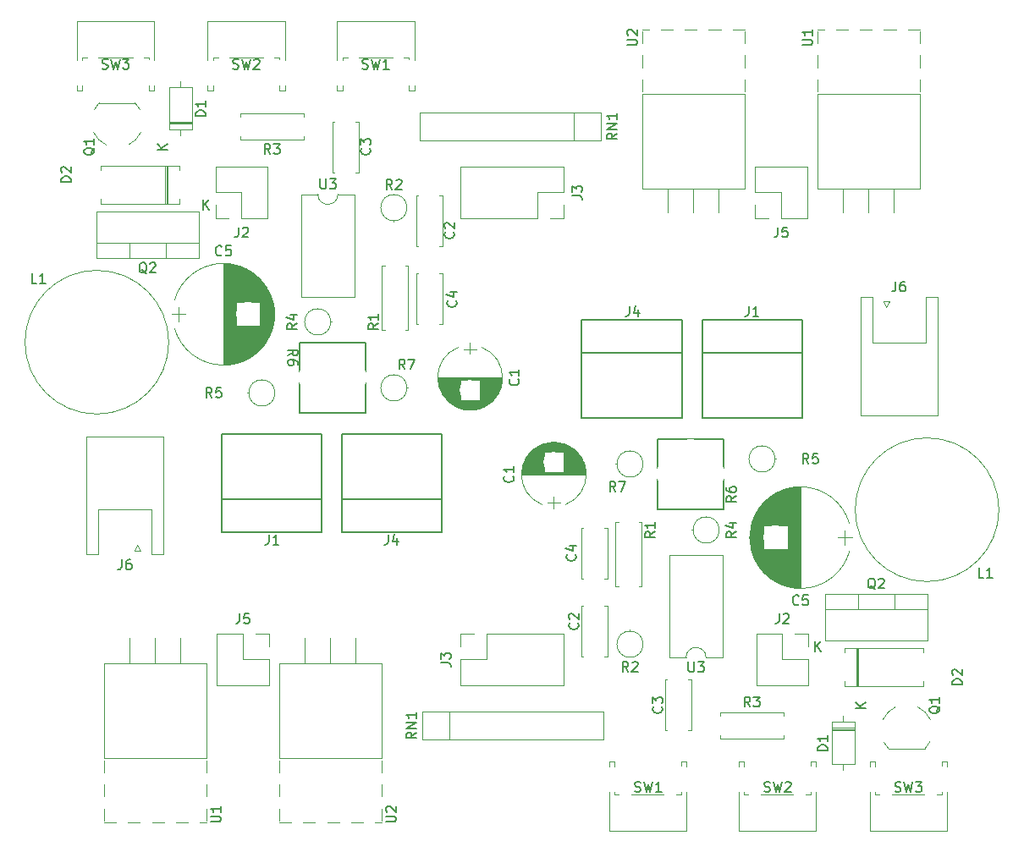
<source format=gto>
G04 #@! TF.GenerationSoftware,KiCad,Pcbnew,(5.0.1)-4*
G04 #@! TF.CreationDate,2018-12-21T14:04:29+09:00*
G04 #@! TF.ProjectId,Nixie_Module_PowerSupply_panelized,4E697869655F4D6F64756C655F506F77,rev?*
G04 #@! TF.SameCoordinates,Original*
G04 #@! TF.FileFunction,Legend,Top*
G04 #@! TF.FilePolarity,Positive*
%FSLAX46Y46*%
G04 Gerber Fmt 4.6, Leading zero omitted, Abs format (unit mm)*
G04 Created by KiCad (PCBNEW (5.0.1)-4) date 21/12/2018 14:04:29*
%MOMM*%
%LPD*%
G01*
G04 APERTURE LIST*
%ADD10C,0.120000*%
%ADD11C,0.150000*%
%ADD12C,0.300000*%
%ADD13C,0.010000*%
%ADD14O,2.000000X2.000000*%
%ADD15C,2.000000*%
%ADD16C,1.924000*%
%ADD17C,2.150000*%
%ADD18R,2.150000X2.150000*%
%ADD19O,3.900000X3.900000*%
%ADD20R,2.305000X2.400000*%
%ADD21O,2.305000X2.400000*%
%ADD22O,2.100000X2.100000*%
%ADD23R,2.100000X2.100000*%
%ADD24R,2.000000X2.000000*%
%ADD25C,2.500000*%
%ADD26O,2.800000X2.800000*%
%ADD27R,2.800000X2.800000*%
%ADD28R,1.900000X1.900000*%
%ADD29C,1.900000*%
%ADD30C,2.800000*%
%ADD31C,2.400000*%
%ADD32R,2.400000X2.400000*%
G04 APERTURE END LIST*
D10*
G04 #@! TO.C,R7*
X186984000Y-60452000D02*
X187114000Y-60452000D01*
X186984000Y-60452000D02*
G75*
G03X186984000Y-60452000I-1310000J0D01*
G01*
D11*
G04 #@! TO.C,J4*
X214471000Y-53645000D02*
X204471000Y-53645000D01*
X204471000Y-53645000D02*
X204471000Y-63445000D01*
X204471000Y-63445000D02*
X214471000Y-63445000D01*
X214471000Y-63445000D02*
X214471000Y-53645000D01*
X214471000Y-56945000D02*
X204471000Y-56945000D01*
D10*
G04 #@! TO.C,J6*
X235250000Y-51748000D02*
X234950000Y-52348000D01*
X234650000Y-51748000D02*
X235250000Y-51748000D01*
X234950000Y-52348000D02*
X234650000Y-51748000D01*
X238850000Y-55898000D02*
X236200000Y-55898000D01*
X238850000Y-51398000D02*
X238850000Y-55898000D01*
X240050000Y-51398000D02*
X238850000Y-51398000D01*
X240050000Y-63198000D02*
X240050000Y-51398000D01*
X236200000Y-63198000D02*
X240050000Y-63198000D01*
X233550000Y-55898000D02*
X236200000Y-55898000D01*
X233550000Y-51398000D02*
X233550000Y-55898000D01*
X232350000Y-51398000D02*
X233550000Y-51398000D01*
X232350000Y-63198000D02*
X232350000Y-51398000D01*
X236200000Y-63198000D02*
X232350000Y-63198000D01*
G04 #@! TO.C,R3*
X170272000Y-32980000D02*
X170272000Y-33310000D01*
X176692000Y-32980000D02*
X170272000Y-32980000D01*
X176692000Y-33310000D02*
X176692000Y-32980000D01*
X170272000Y-35600000D02*
X170272000Y-35270000D01*
X176692000Y-35600000D02*
X170272000Y-35600000D01*
X176692000Y-35270000D02*
X176692000Y-35600000D01*
G04 #@! TO.C,U2*
X220766000Y-40506000D02*
X210526000Y-40506000D01*
X220766000Y-31016000D02*
X210526000Y-31016000D01*
X220766000Y-40506000D02*
X220766000Y-31016000D01*
X210526000Y-40506000D02*
X210526000Y-31016000D01*
X220766000Y-24616000D02*
X219566000Y-24616000D01*
X218367000Y-24616000D02*
X217166000Y-24616000D01*
X215966000Y-24616000D02*
X214766000Y-24616000D01*
X213566000Y-24616000D02*
X212366000Y-24616000D01*
X211166000Y-24616000D02*
X210526000Y-24616000D01*
X220766000Y-30776000D02*
X220766000Y-29576000D01*
X220766000Y-28376000D02*
X220766000Y-27176000D01*
X220766000Y-25976000D02*
X220766000Y-24776000D01*
X210526000Y-30776000D02*
X210526000Y-29576000D01*
X210526000Y-28376000D02*
X210526000Y-27176000D01*
X210526000Y-25976000D02*
X210526000Y-24776000D01*
X218186000Y-43046000D02*
X218186000Y-40506000D01*
X215646000Y-43046000D02*
X215646000Y-40506000D01*
X213106000Y-43046000D02*
X213106000Y-40506000D01*
G04 #@! TO.C,J5*
X223139000Y-43494000D02*
X221809000Y-43494000D01*
X221809000Y-43494000D02*
X221809000Y-42164000D01*
X224409000Y-43494000D02*
X224409000Y-40894000D01*
X224409000Y-40894000D02*
X221809000Y-40894000D01*
X221809000Y-40894000D02*
X221809000Y-38294000D01*
X227009000Y-38294000D02*
X221809000Y-38294000D01*
X227009000Y-43494000D02*
X227009000Y-38294000D01*
X227009000Y-43494000D02*
X224409000Y-43494000D01*
G04 #@! TO.C,J3*
X202625000Y-42164000D02*
X202625000Y-43494000D01*
X202625000Y-43494000D02*
X201295000Y-43494000D01*
X202625000Y-40894000D02*
X200025000Y-40894000D01*
X200025000Y-40894000D02*
X200025000Y-43494000D01*
X200025000Y-43494000D02*
X192345000Y-43494000D01*
X192345000Y-38294000D02*
X192345000Y-43494000D01*
X202625000Y-38294000D02*
X192345000Y-38294000D01*
X202625000Y-38294000D02*
X202625000Y-40894000D01*
D11*
G04 #@! TO.C,R6*
X176278000Y-62936000D02*
X176278000Y-55936000D01*
X182878000Y-62936000D02*
X176278000Y-62936000D01*
X182878000Y-55936000D02*
X182878000Y-62936000D01*
X176278000Y-55936000D02*
X182878000Y-55936000D01*
D10*
G04 #@! TO.C,RN1*
X203708000Y-35690000D02*
X203708000Y-32890000D01*
X188298000Y-35690000D02*
X206418000Y-35690000D01*
X188298000Y-32890000D02*
X188298000Y-35690000D01*
X206418000Y-32890000D02*
X188298000Y-32890000D01*
X206418000Y-35690000D02*
X206418000Y-32890000D01*
G04 #@! TO.C,U3*
X181720000Y-41088000D02*
X180070000Y-41088000D01*
X181720000Y-51368000D02*
X181720000Y-41088000D01*
X176420000Y-51368000D02*
X181720000Y-51368000D01*
X176420000Y-41088000D02*
X176420000Y-51368000D01*
X178070000Y-41088000D02*
X176420000Y-41088000D01*
X180070000Y-41088000D02*
G75*
G02X178070000Y-41088000I-1000000J0D01*
G01*
G04 #@! TO.C,SW2*
X167566000Y-27386000D02*
X167566000Y-27616000D01*
X167046000Y-23716000D02*
X174766000Y-23716000D01*
X174766000Y-23716000D02*
X174766000Y-27616000D01*
X167046000Y-30726000D02*
X167566000Y-30726000D01*
X167046000Y-23716000D02*
X167046000Y-27616000D01*
X174246000Y-27386000D02*
X174246000Y-27616000D01*
X167566000Y-30216000D02*
X167566000Y-30726000D01*
X167046000Y-30216000D02*
X167046000Y-30726000D01*
X173706000Y-27386000D02*
X174246000Y-27386000D01*
X174246000Y-30216000D02*
X174246000Y-30726000D01*
X174246000Y-30726000D02*
X174766000Y-30726000D01*
X174766000Y-30216000D02*
X174766000Y-30726000D01*
X167566000Y-27386000D02*
X168106000Y-27386000D01*
X169206000Y-27386000D02*
X172606000Y-27386000D01*
G04 #@! TO.C,SW1*
X182160000Y-27386000D02*
X185560000Y-27386000D01*
X180520000Y-27386000D02*
X181060000Y-27386000D01*
X187720000Y-30216000D02*
X187720000Y-30726000D01*
X187200000Y-30726000D02*
X187720000Y-30726000D01*
X187200000Y-30216000D02*
X187200000Y-30726000D01*
X186660000Y-27386000D02*
X187200000Y-27386000D01*
X180000000Y-30216000D02*
X180000000Y-30726000D01*
X180520000Y-30216000D02*
X180520000Y-30726000D01*
X187200000Y-27386000D02*
X187200000Y-27616000D01*
X180000000Y-23716000D02*
X180000000Y-27616000D01*
X180000000Y-30726000D02*
X180520000Y-30726000D01*
X187720000Y-23716000D02*
X187720000Y-27616000D01*
X180000000Y-23716000D02*
X187720000Y-23716000D01*
X180520000Y-27386000D02*
X180520000Y-27616000D01*
G04 #@! TO.C,R1*
X187111000Y-48225000D02*
X186781000Y-48225000D01*
X187111000Y-54645000D02*
X187111000Y-48225000D01*
X186781000Y-54645000D02*
X187111000Y-54645000D01*
X184491000Y-48225000D02*
X184821000Y-48225000D01*
X184491000Y-54645000D02*
X184491000Y-48225000D01*
X184821000Y-54645000D02*
X184491000Y-54645000D01*
G04 #@! TO.C,SW3*
X156125000Y-27386000D02*
X159525000Y-27386000D01*
X154485000Y-27386000D02*
X155025000Y-27386000D01*
X161685000Y-30216000D02*
X161685000Y-30726000D01*
X161165000Y-30726000D02*
X161685000Y-30726000D01*
X161165000Y-30216000D02*
X161165000Y-30726000D01*
X160625000Y-27386000D02*
X161165000Y-27386000D01*
X153965000Y-30216000D02*
X153965000Y-30726000D01*
X154485000Y-30216000D02*
X154485000Y-30726000D01*
X161165000Y-27386000D02*
X161165000Y-27616000D01*
X153965000Y-23716000D02*
X153965000Y-27616000D01*
X153965000Y-30726000D02*
X154485000Y-30726000D01*
X161685000Y-23716000D02*
X161685000Y-27616000D01*
X153965000Y-23716000D02*
X161685000Y-23716000D01*
X154485000Y-27386000D02*
X154485000Y-27616000D01*
D11*
G04 #@! TO.C,J1*
X226536000Y-53645000D02*
X216536000Y-53645000D01*
X216536000Y-53645000D02*
X216536000Y-63445000D01*
X216536000Y-63445000D02*
X226536000Y-63445000D01*
X226536000Y-63445000D02*
X226536000Y-53645000D01*
X226536000Y-56945000D02*
X216536000Y-56945000D01*
D10*
G04 #@! TO.C,C1*
X193944000Y-56566000D02*
X192644000Y-56566000D01*
X193294000Y-55966000D02*
X193294000Y-57166000D01*
X193762000Y-62617000D02*
X192826000Y-62617000D01*
X193970000Y-62577000D02*
X192618000Y-62577000D01*
X194128000Y-62537000D02*
X192460000Y-62537000D01*
X194260000Y-62497000D02*
X192328000Y-62497000D01*
X194375000Y-62457000D02*
X192213000Y-62457000D01*
X194478000Y-62417000D02*
X192110000Y-62417000D01*
X194572000Y-62377000D02*
X192016000Y-62377000D01*
X194658000Y-62337000D02*
X191930000Y-62337000D01*
X194739000Y-62297000D02*
X191849000Y-62297000D01*
X194814000Y-62257000D02*
X191774000Y-62257000D01*
X194885000Y-62217000D02*
X191703000Y-62217000D01*
X194952000Y-62177000D02*
X191636000Y-62177000D01*
X195015000Y-62137000D02*
X191573000Y-62137000D01*
X195075000Y-62097000D02*
X191513000Y-62097000D01*
X195133000Y-62057000D02*
X191455000Y-62057000D01*
X195188000Y-62017000D02*
X191400000Y-62017000D01*
X195240000Y-61977000D02*
X191348000Y-61977000D01*
X195291000Y-61937000D02*
X191297000Y-61937000D01*
X195339000Y-61897000D02*
X191249000Y-61897000D01*
X195386000Y-61857000D02*
X191202000Y-61857000D01*
X195431000Y-61817000D02*
X191157000Y-61817000D01*
X195474000Y-61777000D02*
X191114000Y-61777000D01*
X195516000Y-61737000D02*
X191072000Y-61737000D01*
X195556000Y-61697000D02*
X191032000Y-61697000D01*
X195595000Y-61657000D02*
X190993000Y-61657000D01*
X192314000Y-61617000D02*
X190955000Y-61617000D01*
X195633000Y-61617000D02*
X194274000Y-61617000D01*
X192314000Y-61577000D02*
X190919000Y-61577000D01*
X195669000Y-61577000D02*
X194274000Y-61577000D01*
X192314000Y-61537000D02*
X190883000Y-61537000D01*
X195705000Y-61537000D02*
X194274000Y-61537000D01*
X192314000Y-61497000D02*
X190849000Y-61497000D01*
X195739000Y-61497000D02*
X194274000Y-61497000D01*
X192314000Y-61457000D02*
X190816000Y-61457000D01*
X195772000Y-61457000D02*
X194274000Y-61457000D01*
X192314000Y-61417000D02*
X190784000Y-61417000D01*
X195804000Y-61417000D02*
X194274000Y-61417000D01*
X192314000Y-61377000D02*
X190754000Y-61377000D01*
X195834000Y-61377000D02*
X194274000Y-61377000D01*
X192314000Y-61337000D02*
X190724000Y-61337000D01*
X195864000Y-61337000D02*
X194274000Y-61337000D01*
X192314000Y-61297000D02*
X190695000Y-61297000D01*
X195893000Y-61297000D02*
X194274000Y-61297000D01*
X192314000Y-61257000D02*
X190667000Y-61257000D01*
X195921000Y-61257000D02*
X194274000Y-61257000D01*
X192314000Y-61217000D02*
X190640000Y-61217000D01*
X195948000Y-61217000D02*
X194274000Y-61217000D01*
X192314000Y-61177000D02*
X190613000Y-61177000D01*
X195975000Y-61177000D02*
X194274000Y-61177000D01*
X192314000Y-61137000D02*
X190588000Y-61137000D01*
X196000000Y-61137000D02*
X194274000Y-61137000D01*
X192314000Y-61097000D02*
X190563000Y-61097000D01*
X196025000Y-61097000D02*
X194274000Y-61097000D01*
X192314000Y-61057000D02*
X190539000Y-61057000D01*
X196049000Y-61057000D02*
X194274000Y-61057000D01*
X192314000Y-61017000D02*
X190516000Y-61017000D01*
X196072000Y-61017000D02*
X194274000Y-61017000D01*
X192314000Y-60977000D02*
X190494000Y-60977000D01*
X196094000Y-60977000D02*
X194274000Y-60977000D01*
X192314000Y-60937000D02*
X190472000Y-60937000D01*
X196116000Y-60937000D02*
X194274000Y-60937000D01*
X192314000Y-60897000D02*
X190451000Y-60897000D01*
X196137000Y-60897000D02*
X194274000Y-60897000D01*
X192314000Y-60857000D02*
X190431000Y-60857000D01*
X196157000Y-60857000D02*
X194274000Y-60857000D01*
X192314000Y-60817000D02*
X190412000Y-60817000D01*
X196176000Y-60817000D02*
X194274000Y-60817000D01*
X192314000Y-60777000D02*
X190393000Y-60777000D01*
X196195000Y-60777000D02*
X194274000Y-60777000D01*
X192314000Y-60737000D02*
X190375000Y-60737000D01*
X196213000Y-60737000D02*
X194274000Y-60737000D01*
X192314000Y-60697000D02*
X190357000Y-60697000D01*
X196231000Y-60697000D02*
X194274000Y-60697000D01*
X192314000Y-60657000D02*
X190340000Y-60657000D01*
X196248000Y-60657000D02*
X194274000Y-60657000D01*
X192314000Y-60617000D02*
X190324000Y-60617000D01*
X196264000Y-60617000D02*
X194274000Y-60617000D01*
X192314000Y-60577000D02*
X190308000Y-60577000D01*
X196280000Y-60577000D02*
X194274000Y-60577000D01*
X192314000Y-60537000D02*
X190293000Y-60537000D01*
X196295000Y-60537000D02*
X194274000Y-60537000D01*
X192314000Y-60497000D02*
X190279000Y-60497000D01*
X196309000Y-60497000D02*
X194274000Y-60497000D01*
X192314000Y-60457000D02*
X190265000Y-60457000D01*
X196323000Y-60457000D02*
X194274000Y-60457000D01*
X192314000Y-60417000D02*
X190252000Y-60417000D01*
X196336000Y-60417000D02*
X194274000Y-60417000D01*
X192314000Y-60377000D02*
X190239000Y-60377000D01*
X196349000Y-60377000D02*
X194274000Y-60377000D01*
X192314000Y-60337000D02*
X190227000Y-60337000D01*
X196361000Y-60337000D02*
X194274000Y-60337000D01*
X192314000Y-60297000D02*
X190215000Y-60297000D01*
X196373000Y-60297000D02*
X194274000Y-60297000D01*
X192314000Y-60257000D02*
X190204000Y-60257000D01*
X196384000Y-60257000D02*
X194274000Y-60257000D01*
X192314000Y-60217000D02*
X190194000Y-60217000D01*
X196394000Y-60217000D02*
X194274000Y-60217000D01*
X192314000Y-60177000D02*
X190184000Y-60177000D01*
X196404000Y-60177000D02*
X194274000Y-60177000D01*
X192314000Y-60137000D02*
X190175000Y-60137000D01*
X196413000Y-60137000D02*
X194274000Y-60137000D01*
X192314000Y-60096000D02*
X190166000Y-60096000D01*
X196422000Y-60096000D02*
X194274000Y-60096000D01*
X192314000Y-60056000D02*
X190157000Y-60056000D01*
X196431000Y-60056000D02*
X194274000Y-60056000D01*
X192314000Y-60016000D02*
X190150000Y-60016000D01*
X196438000Y-60016000D02*
X194274000Y-60016000D01*
X192314000Y-59976000D02*
X190142000Y-59976000D01*
X196446000Y-59976000D02*
X194274000Y-59976000D01*
X192314000Y-59936000D02*
X190136000Y-59936000D01*
X196452000Y-59936000D02*
X194274000Y-59936000D01*
X192314000Y-59896000D02*
X190129000Y-59896000D01*
X196459000Y-59896000D02*
X194274000Y-59896000D01*
X192314000Y-59856000D02*
X190124000Y-59856000D01*
X196464000Y-59856000D02*
X194274000Y-59856000D01*
X192314000Y-59816000D02*
X190118000Y-59816000D01*
X196470000Y-59816000D02*
X194274000Y-59816000D01*
X192314000Y-59776000D02*
X190114000Y-59776000D01*
X196474000Y-59776000D02*
X194274000Y-59776000D01*
X192314000Y-59736000D02*
X190109000Y-59736000D01*
X196479000Y-59736000D02*
X194274000Y-59736000D01*
X192314000Y-59696000D02*
X190106000Y-59696000D01*
X196482000Y-59696000D02*
X194274000Y-59696000D01*
X196486000Y-59656000D02*
X190102000Y-59656000D01*
X196488000Y-59616000D02*
X190100000Y-59616000D01*
X196491000Y-59576000D02*
X190097000Y-59576000D01*
X196492000Y-59536000D02*
X190096000Y-59536000D01*
X196494000Y-59496000D02*
X190094000Y-59496000D01*
X196494000Y-59456000D02*
X190094000Y-59456000D01*
X196494000Y-59416000D02*
X190094000Y-59416000D01*
X192114864Y-62433820D02*
G75*
G03X194474000Y-62433482I1179136J3017820D01*
G01*
X192114864Y-62433820D02*
G75*
G02X192114000Y-56398518I1179136J3017820D01*
G01*
X194473136Y-62433820D02*
G75*
G03X194474000Y-56398518I-1179136J3017820D01*
G01*
G04 #@! TO.C,U1*
X230632000Y-43046000D02*
X230632000Y-40506000D01*
X233172000Y-43046000D02*
X233172000Y-40506000D01*
X235712000Y-43046000D02*
X235712000Y-40506000D01*
X228052000Y-25976000D02*
X228052000Y-24776000D01*
X228052000Y-28376000D02*
X228052000Y-27176000D01*
X228052000Y-30776000D02*
X228052000Y-29576000D01*
X238292000Y-25976000D02*
X238292000Y-24776000D01*
X238292000Y-28376000D02*
X238292000Y-27176000D01*
X238292000Y-30776000D02*
X238292000Y-29576000D01*
X228692000Y-24616000D02*
X228052000Y-24616000D01*
X231092000Y-24616000D02*
X229892000Y-24616000D01*
X233492000Y-24616000D02*
X232292000Y-24616000D01*
X235893000Y-24616000D02*
X234692000Y-24616000D01*
X238292000Y-24616000D02*
X237092000Y-24616000D01*
X228052000Y-40506000D02*
X228052000Y-31016000D01*
X238292000Y-40506000D02*
X238292000Y-31016000D01*
X238292000Y-31016000D02*
X228052000Y-31016000D01*
X238292000Y-40506000D02*
X228052000Y-40506000D01*
G04 #@! TO.C,Q2*
X159185000Y-47466000D02*
X159185000Y-45956000D01*
X162886000Y-47466000D02*
X162886000Y-45956000D01*
X166156000Y-45956000D02*
X155916000Y-45956000D01*
X155916000Y-47466000D02*
X155916000Y-42825000D01*
X166156000Y-47466000D02*
X166156000Y-42825000D01*
X166156000Y-42825000D02*
X155916000Y-42825000D01*
X166156000Y-47466000D02*
X155916000Y-47466000D01*
G04 #@! TO.C,R5*
X173776000Y-60960000D02*
G75*
G03X173776000Y-60960000I-1310000J0D01*
G01*
X171156000Y-60960000D02*
X171026000Y-60960000D01*
G04 #@! TO.C,D2*
X163054000Y-42052000D02*
X163054000Y-38212000D01*
X162814000Y-42052000D02*
X162814000Y-38212000D01*
X162934000Y-42052000D02*
X162934000Y-38212000D01*
X156354000Y-38212000D02*
X156354000Y-38692000D01*
X164194000Y-38212000D02*
X156354000Y-38212000D01*
X164194000Y-38692000D02*
X164194000Y-38212000D01*
X156354000Y-42052000D02*
X156354000Y-41572000D01*
X164194000Y-42052000D02*
X156354000Y-42052000D01*
X164194000Y-41572000D02*
X164194000Y-42052000D01*
G04 #@! TO.C,C3*
X179538000Y-38922000D02*
X179538000Y-33802000D01*
X182158000Y-38922000D02*
X182158000Y-33802000D01*
X179538000Y-38922000D02*
X179852000Y-38922000D01*
X181844000Y-38922000D02*
X182158000Y-38922000D01*
X179538000Y-33802000D02*
X179852000Y-33802000D01*
X181844000Y-33802000D02*
X182158000Y-33802000D01*
G04 #@! TO.C,J2*
X169164000Y-43494000D02*
X167834000Y-43494000D01*
X167834000Y-43494000D02*
X167834000Y-42164000D01*
X170434000Y-43494000D02*
X170434000Y-40894000D01*
X170434000Y-40894000D02*
X167834000Y-40894000D01*
X167834000Y-40894000D02*
X167834000Y-38294000D01*
X173034000Y-38294000D02*
X167834000Y-38294000D01*
X173034000Y-43494000D02*
X173034000Y-38294000D01*
X173034000Y-43494000D02*
X170434000Y-43494000D01*
G04 #@! TO.C,D1*
X163218000Y-34032000D02*
X165458000Y-34032000D01*
X163218000Y-33792000D02*
X165458000Y-33792000D01*
X163218000Y-33912000D02*
X165458000Y-33912000D01*
X164338000Y-29742000D02*
X164338000Y-30392000D01*
X164338000Y-35282000D02*
X164338000Y-34632000D01*
X163218000Y-30392000D02*
X163218000Y-34632000D01*
X165458000Y-30392000D02*
X163218000Y-30392000D01*
X165458000Y-34632000D02*
X165458000Y-30392000D01*
X163218000Y-34632000D02*
X165458000Y-34632000D01*
G04 #@! TO.C,R2*
X185674000Y-43728000D02*
X185674000Y-43858000D01*
X186984000Y-42418000D02*
G75*
G03X186984000Y-42418000I-1310000J0D01*
G01*
G04 #@! TO.C,Q1*
X155663816Y-32659205D02*
G75*
G02X156188000Y-31932000I2324184J-1122795D01*
G01*
X155632543Y-34880371D02*
G75*
G03X156878000Y-36132000I2355457J1098371D01*
G01*
X160355199Y-34885842D02*
G75*
G02X159128000Y-36132000I-2367199J1103842D01*
G01*
X160312184Y-32659205D02*
G75*
G03X159788000Y-31932000I-2324184J-1122795D01*
G01*
X159788000Y-31932000D02*
X156188000Y-31932000D01*
G04 #@! TO.C,L1*
X163146000Y-55880000D02*
G75*
G03X163146000Y-55880000I-7190000J0D01*
G01*
G04 #@! TO.C,C5*
X164166000Y-52336000D02*
X164166000Y-53836000D01*
X163416000Y-53086000D02*
X164916000Y-53086000D01*
X173697000Y-52807000D02*
X173697000Y-53365000D01*
X173657000Y-52414000D02*
X173657000Y-53758000D01*
X173617000Y-52173000D02*
X173617000Y-53999000D01*
X173577000Y-51982000D02*
X173577000Y-54190000D01*
X173537000Y-51821000D02*
X173537000Y-54351000D01*
X173497000Y-51679000D02*
X173497000Y-54493000D01*
X173457000Y-51550000D02*
X173457000Y-54622000D01*
X173417000Y-51432000D02*
X173417000Y-54740000D01*
X173377000Y-51323000D02*
X173377000Y-54849000D01*
X173337000Y-51220000D02*
X173337000Y-54952000D01*
X173297000Y-51124000D02*
X173297000Y-55048000D01*
X173257000Y-51033000D02*
X173257000Y-55139000D01*
X173217000Y-50946000D02*
X173217000Y-55226000D01*
X173177000Y-50864000D02*
X173177000Y-55308000D01*
X173137000Y-50785000D02*
X173137000Y-55387000D01*
X173097000Y-50709000D02*
X173097000Y-55463000D01*
X173057000Y-50637000D02*
X173057000Y-55535000D01*
X173017000Y-50567000D02*
X173017000Y-55605000D01*
X172977000Y-50499000D02*
X172977000Y-55673000D01*
X172937000Y-50434000D02*
X172937000Y-55738000D01*
X172897000Y-50371000D02*
X172897000Y-55801000D01*
X172857000Y-50309000D02*
X172857000Y-55863000D01*
X172817000Y-50250000D02*
X172817000Y-55922000D01*
X172777000Y-50192000D02*
X172777000Y-55980000D01*
X172737000Y-50137000D02*
X172737000Y-56035000D01*
X172697000Y-50082000D02*
X172697000Y-56090000D01*
X172657000Y-50029000D02*
X172657000Y-56143000D01*
X172617000Y-49978000D02*
X172617000Y-56194000D01*
X172577000Y-49928000D02*
X172577000Y-56244000D01*
X172537000Y-49879000D02*
X172537000Y-56293000D01*
X172497000Y-49831000D02*
X172497000Y-56341000D01*
X172457000Y-49784000D02*
X172457000Y-56388000D01*
X172417000Y-49739000D02*
X172417000Y-56433000D01*
X172377000Y-49695000D02*
X172377000Y-56477000D01*
X172337000Y-49651000D02*
X172337000Y-56521000D01*
X172297000Y-49609000D02*
X172297000Y-56563000D01*
X172257000Y-54267000D02*
X172257000Y-56604000D01*
X172257000Y-49568000D02*
X172257000Y-51905000D01*
X172217000Y-54267000D02*
X172217000Y-56645000D01*
X172217000Y-49527000D02*
X172217000Y-51905000D01*
X172177000Y-54267000D02*
X172177000Y-56684000D01*
X172177000Y-49488000D02*
X172177000Y-51905000D01*
X172137000Y-54267000D02*
X172137000Y-56723000D01*
X172137000Y-49449000D02*
X172137000Y-51905000D01*
X172097000Y-54267000D02*
X172097000Y-56761000D01*
X172097000Y-49411000D02*
X172097000Y-51905000D01*
X172057000Y-54267000D02*
X172057000Y-56798000D01*
X172057000Y-49374000D02*
X172057000Y-51905000D01*
X172017000Y-54267000D02*
X172017000Y-56834000D01*
X172017000Y-49338000D02*
X172017000Y-51905000D01*
X171977000Y-54267000D02*
X171977000Y-56870000D01*
X171977000Y-49302000D02*
X171977000Y-51905000D01*
X171937000Y-54267000D02*
X171937000Y-56905000D01*
X171937000Y-49267000D02*
X171937000Y-51905000D01*
X171897000Y-54267000D02*
X171897000Y-56939000D01*
X171897000Y-49233000D02*
X171897000Y-51905000D01*
X171857000Y-54267000D02*
X171857000Y-56972000D01*
X171857000Y-49200000D02*
X171857000Y-51905000D01*
X171817000Y-54267000D02*
X171817000Y-57005000D01*
X171817000Y-49167000D02*
X171817000Y-51905000D01*
X171777000Y-54267000D02*
X171777000Y-57037000D01*
X171777000Y-49135000D02*
X171777000Y-51905000D01*
X171737000Y-54267000D02*
X171737000Y-57068000D01*
X171737000Y-49104000D02*
X171737000Y-51905000D01*
X171697000Y-54267000D02*
X171697000Y-57099000D01*
X171697000Y-49073000D02*
X171697000Y-51905000D01*
X171657000Y-54267000D02*
X171657000Y-57129000D01*
X171657000Y-49043000D02*
X171657000Y-51905000D01*
X171617000Y-54267000D02*
X171617000Y-57158000D01*
X171617000Y-49014000D02*
X171617000Y-51905000D01*
X171577000Y-54267000D02*
X171577000Y-57187000D01*
X171577000Y-48985000D02*
X171577000Y-51905000D01*
X171537000Y-54267000D02*
X171537000Y-57216000D01*
X171537000Y-48956000D02*
X171537000Y-51905000D01*
X171497000Y-54267000D02*
X171497000Y-57243000D01*
X171497000Y-48929000D02*
X171497000Y-51905000D01*
X171457000Y-54267000D02*
X171457000Y-57271000D01*
X171457000Y-48901000D02*
X171457000Y-51905000D01*
X171417000Y-54267000D02*
X171417000Y-57297000D01*
X171417000Y-48875000D02*
X171417000Y-51905000D01*
X171377000Y-54267000D02*
X171377000Y-57323000D01*
X171377000Y-48849000D02*
X171377000Y-51905000D01*
X171337000Y-54267000D02*
X171337000Y-57349000D01*
X171337000Y-48823000D02*
X171337000Y-51905000D01*
X171297000Y-54267000D02*
X171297000Y-57374000D01*
X171297000Y-48798000D02*
X171297000Y-51905000D01*
X171257000Y-54267000D02*
X171257000Y-57398000D01*
X171257000Y-48774000D02*
X171257000Y-51905000D01*
X171217000Y-54267000D02*
X171217000Y-57422000D01*
X171217000Y-48750000D02*
X171217000Y-51905000D01*
X171177000Y-54267000D02*
X171177000Y-57446000D01*
X171177000Y-48726000D02*
X171177000Y-51905000D01*
X171137000Y-54267000D02*
X171137000Y-57469000D01*
X171137000Y-48703000D02*
X171137000Y-51905000D01*
X171097000Y-54267000D02*
X171097000Y-57491000D01*
X171097000Y-48681000D02*
X171097000Y-51905000D01*
X171057000Y-54267000D02*
X171057000Y-57514000D01*
X171057000Y-48658000D02*
X171057000Y-51905000D01*
X171017000Y-54267000D02*
X171017000Y-57535000D01*
X171017000Y-48637000D02*
X171017000Y-51905000D01*
X170977000Y-54267000D02*
X170977000Y-57556000D01*
X170977000Y-48616000D02*
X170977000Y-51905000D01*
X170937000Y-54267000D02*
X170937000Y-57577000D01*
X170937000Y-48595000D02*
X170937000Y-51905000D01*
X170897000Y-54267000D02*
X170897000Y-57597000D01*
X170897000Y-48575000D02*
X170897000Y-51905000D01*
X170857000Y-54267000D02*
X170857000Y-57617000D01*
X170857000Y-48555000D02*
X170857000Y-51905000D01*
X170817000Y-54267000D02*
X170817000Y-57636000D01*
X170817000Y-48536000D02*
X170817000Y-51905000D01*
X170777000Y-54267000D02*
X170777000Y-57655000D01*
X170777000Y-48517000D02*
X170777000Y-51905000D01*
X170737000Y-54267000D02*
X170737000Y-57674000D01*
X170737000Y-48498000D02*
X170737000Y-51905000D01*
X170697000Y-54267000D02*
X170697000Y-57692000D01*
X170697000Y-48480000D02*
X170697000Y-51905000D01*
X170657000Y-54267000D02*
X170657000Y-57710000D01*
X170657000Y-48462000D02*
X170657000Y-51905000D01*
X170617000Y-54267000D02*
X170617000Y-57727000D01*
X170617000Y-48445000D02*
X170617000Y-51905000D01*
X170577000Y-54267000D02*
X170577000Y-57744000D01*
X170577000Y-48428000D02*
X170577000Y-51905000D01*
X170537000Y-54267000D02*
X170537000Y-57760000D01*
X170537000Y-48412000D02*
X170537000Y-51905000D01*
X170497000Y-54267000D02*
X170497000Y-57777000D01*
X170497000Y-48395000D02*
X170497000Y-51905000D01*
X170457000Y-54267000D02*
X170457000Y-57792000D01*
X170457000Y-48380000D02*
X170457000Y-51905000D01*
X170417000Y-54267000D02*
X170417000Y-57808000D01*
X170417000Y-48364000D02*
X170417000Y-51905000D01*
X170377000Y-54267000D02*
X170377000Y-57823000D01*
X170377000Y-48349000D02*
X170377000Y-51905000D01*
X170337000Y-54267000D02*
X170337000Y-57837000D01*
X170337000Y-48335000D02*
X170337000Y-51905000D01*
X170297000Y-54267000D02*
X170297000Y-57851000D01*
X170297000Y-48321000D02*
X170297000Y-51905000D01*
X170257000Y-54267000D02*
X170257000Y-57865000D01*
X170257000Y-48307000D02*
X170257000Y-51905000D01*
X170217000Y-54267000D02*
X170217000Y-57878000D01*
X170217000Y-48294000D02*
X170217000Y-51905000D01*
X170177000Y-54267000D02*
X170177000Y-57892000D01*
X170177000Y-48280000D02*
X170177000Y-51905000D01*
X170137000Y-54267000D02*
X170137000Y-57904000D01*
X170137000Y-48268000D02*
X170137000Y-51905000D01*
X170097000Y-54267000D02*
X170097000Y-57917000D01*
X170097000Y-48255000D02*
X170097000Y-51905000D01*
X170057000Y-54267000D02*
X170057000Y-57929000D01*
X170057000Y-48243000D02*
X170057000Y-51905000D01*
X170017000Y-54267000D02*
X170017000Y-57940000D01*
X170017000Y-48232000D02*
X170017000Y-51905000D01*
X169977000Y-54267000D02*
X169977000Y-57951000D01*
X169977000Y-48221000D02*
X169977000Y-51905000D01*
X169937000Y-54267000D02*
X169937000Y-57962000D01*
X169937000Y-48210000D02*
X169937000Y-51905000D01*
X169897000Y-48199000D02*
X169897000Y-57973000D01*
X169857000Y-48189000D02*
X169857000Y-57983000D01*
X169817000Y-48179000D02*
X169817000Y-57993000D01*
X169777000Y-48169000D02*
X169777000Y-58003000D01*
X169737000Y-48160000D02*
X169737000Y-58012000D01*
X169697000Y-48151000D02*
X169697000Y-58021000D01*
X169657000Y-48143000D02*
X169657000Y-58029000D01*
X169617000Y-48135000D02*
X169617000Y-58037000D01*
X169577000Y-48127000D02*
X169577000Y-58045000D01*
X169537000Y-48119000D02*
X169537000Y-58053000D01*
X169497000Y-48112000D02*
X169497000Y-58060000D01*
X169457000Y-48105000D02*
X169457000Y-58067000D01*
X169417000Y-48099000D02*
X169417000Y-58073000D01*
X169377000Y-48093000D02*
X169377000Y-58079000D01*
X169337000Y-48087000D02*
X169337000Y-58085000D01*
X169296000Y-48081000D02*
X169296000Y-58091000D01*
X169256000Y-48076000D02*
X169256000Y-58096000D01*
X169216000Y-48071000D02*
X169216000Y-58101000D01*
X169176000Y-48066000D02*
X169176000Y-58106000D01*
X169136000Y-48062000D02*
X169136000Y-58110000D01*
X169096000Y-48058000D02*
X169096000Y-58114000D01*
X169056000Y-48055000D02*
X169056000Y-58117000D01*
X169016000Y-48051000D02*
X169016000Y-58121000D01*
X168976000Y-48048000D02*
X168976000Y-58124000D01*
X168936000Y-48046000D02*
X168936000Y-58126000D01*
X168896000Y-48043000D02*
X168896000Y-58129000D01*
X168856000Y-48041000D02*
X168856000Y-58131000D01*
X168816000Y-48039000D02*
X168816000Y-58133000D01*
X168776000Y-48038000D02*
X168776000Y-58134000D01*
X168736000Y-48037000D02*
X168736000Y-58135000D01*
X168696000Y-48036000D02*
X168696000Y-58136000D01*
X168656000Y-48036000D02*
X168656000Y-58136000D01*
X168616000Y-48036000D02*
X168616000Y-58136000D01*
X173514437Y-54469264D02*
G75*
G03X173515357Y-51706000I-4898437J1383264D01*
G01*
X173514437Y-54469264D02*
G75*
G02X163716643Y-54466000I-4898437J1383264D01*
G01*
X173514437Y-51702736D02*
G75*
G03X163716643Y-51706000I-4898437J-1383264D01*
G01*
G04 #@! TO.C,R4*
X179364000Y-53848000D02*
G75*
G03X179364000Y-53848000I-1310000J0D01*
G01*
X179364000Y-53848000D02*
X179494000Y-53848000D01*
G04 #@! TO.C,C4*
X188234000Y-54082000D02*
X187920000Y-54082000D01*
X190540000Y-54082000D02*
X190226000Y-54082000D01*
X188234000Y-48962000D02*
X187920000Y-48962000D01*
X190540000Y-48962000D02*
X190226000Y-48962000D01*
X187920000Y-48962000D02*
X187920000Y-54082000D01*
X190540000Y-48962000D02*
X190540000Y-54082000D01*
G04 #@! TO.C,C2*
X190226000Y-41168000D02*
X190540000Y-41168000D01*
X187920000Y-41168000D02*
X188234000Y-41168000D01*
X190226000Y-46288000D02*
X190540000Y-46288000D01*
X187920000Y-46288000D02*
X188234000Y-46288000D01*
X190540000Y-46288000D02*
X190540000Y-41168000D01*
X187920000Y-46288000D02*
X187920000Y-41168000D01*
G04 #@! TO.C,U1*
X156678000Y-88018000D02*
X166918000Y-88018000D01*
X156678000Y-97508000D02*
X166918000Y-97508000D01*
X156678000Y-88018000D02*
X156678000Y-97508000D01*
X166918000Y-88018000D02*
X166918000Y-97508000D01*
X156678000Y-103908000D02*
X157878000Y-103908000D01*
X159077000Y-103908000D02*
X160278000Y-103908000D01*
X161478000Y-103908000D02*
X162678000Y-103908000D01*
X163878000Y-103908000D02*
X165078000Y-103908000D01*
X166278000Y-103908000D02*
X166918000Y-103908000D01*
X156678000Y-97748000D02*
X156678000Y-98948000D01*
X156678000Y-100148000D02*
X156678000Y-101348000D01*
X156678000Y-102548000D02*
X156678000Y-103748000D01*
X166918000Y-97748000D02*
X166918000Y-98948000D01*
X166918000Y-100148000D02*
X166918000Y-101348000D01*
X166918000Y-102548000D02*
X166918000Y-103748000D01*
X159258000Y-85478000D02*
X159258000Y-88018000D01*
X161798000Y-85478000D02*
X161798000Y-88018000D01*
X164338000Y-85478000D02*
X164338000Y-88018000D01*
G04 #@! TO.C,L1*
X246204000Y-72644000D02*
G75*
G03X246204000Y-72644000I-7190000J0D01*
G01*
G04 #@! TO.C,J2*
X221936000Y-85030000D02*
X224536000Y-85030000D01*
X221936000Y-85030000D02*
X221936000Y-90230000D01*
X221936000Y-90230000D02*
X227136000Y-90230000D01*
X227136000Y-87630000D02*
X227136000Y-90230000D01*
X224536000Y-87630000D02*
X227136000Y-87630000D01*
X224536000Y-85030000D02*
X224536000Y-87630000D01*
X227136000Y-85030000D02*
X227136000Y-86360000D01*
X225806000Y-85030000D02*
X227136000Y-85030000D01*
G04 #@! TO.C,C1*
X200496864Y-66090180D02*
G75*
G03X200496000Y-72125482I1179136J-3017820D01*
G01*
X202855136Y-66090180D02*
G75*
G02X202856000Y-72125482I-1179136J-3017820D01*
G01*
X202855136Y-66090180D02*
G75*
G03X200496000Y-66090518I-1179136J-3017820D01*
G01*
X198476000Y-69108000D02*
X204876000Y-69108000D01*
X198476000Y-69068000D02*
X204876000Y-69068000D01*
X198476000Y-69028000D02*
X204876000Y-69028000D01*
X198478000Y-68988000D02*
X204874000Y-68988000D01*
X198479000Y-68948000D02*
X204873000Y-68948000D01*
X198482000Y-68908000D02*
X204870000Y-68908000D01*
X198484000Y-68868000D02*
X204868000Y-68868000D01*
X198488000Y-68828000D02*
X200696000Y-68828000D01*
X202656000Y-68828000D02*
X204864000Y-68828000D01*
X198491000Y-68788000D02*
X200696000Y-68788000D01*
X202656000Y-68788000D02*
X204861000Y-68788000D01*
X198496000Y-68748000D02*
X200696000Y-68748000D01*
X202656000Y-68748000D02*
X204856000Y-68748000D01*
X198500000Y-68708000D02*
X200696000Y-68708000D01*
X202656000Y-68708000D02*
X204852000Y-68708000D01*
X198506000Y-68668000D02*
X200696000Y-68668000D01*
X202656000Y-68668000D02*
X204846000Y-68668000D01*
X198511000Y-68628000D02*
X200696000Y-68628000D01*
X202656000Y-68628000D02*
X204841000Y-68628000D01*
X198518000Y-68588000D02*
X200696000Y-68588000D01*
X202656000Y-68588000D02*
X204834000Y-68588000D01*
X198524000Y-68548000D02*
X200696000Y-68548000D01*
X202656000Y-68548000D02*
X204828000Y-68548000D01*
X198532000Y-68508000D02*
X200696000Y-68508000D01*
X202656000Y-68508000D02*
X204820000Y-68508000D01*
X198539000Y-68468000D02*
X200696000Y-68468000D01*
X202656000Y-68468000D02*
X204813000Y-68468000D01*
X198548000Y-68428000D02*
X200696000Y-68428000D01*
X202656000Y-68428000D02*
X204804000Y-68428000D01*
X198557000Y-68387000D02*
X200696000Y-68387000D01*
X202656000Y-68387000D02*
X204795000Y-68387000D01*
X198566000Y-68347000D02*
X200696000Y-68347000D01*
X202656000Y-68347000D02*
X204786000Y-68347000D01*
X198576000Y-68307000D02*
X200696000Y-68307000D01*
X202656000Y-68307000D02*
X204776000Y-68307000D01*
X198586000Y-68267000D02*
X200696000Y-68267000D01*
X202656000Y-68267000D02*
X204766000Y-68267000D01*
X198597000Y-68227000D02*
X200696000Y-68227000D01*
X202656000Y-68227000D02*
X204755000Y-68227000D01*
X198609000Y-68187000D02*
X200696000Y-68187000D01*
X202656000Y-68187000D02*
X204743000Y-68187000D01*
X198621000Y-68147000D02*
X200696000Y-68147000D01*
X202656000Y-68147000D02*
X204731000Y-68147000D01*
X198634000Y-68107000D02*
X200696000Y-68107000D01*
X202656000Y-68107000D02*
X204718000Y-68107000D01*
X198647000Y-68067000D02*
X200696000Y-68067000D01*
X202656000Y-68067000D02*
X204705000Y-68067000D01*
X198661000Y-68027000D02*
X200696000Y-68027000D01*
X202656000Y-68027000D02*
X204691000Y-68027000D01*
X198675000Y-67987000D02*
X200696000Y-67987000D01*
X202656000Y-67987000D02*
X204677000Y-67987000D01*
X198690000Y-67947000D02*
X200696000Y-67947000D01*
X202656000Y-67947000D02*
X204662000Y-67947000D01*
X198706000Y-67907000D02*
X200696000Y-67907000D01*
X202656000Y-67907000D02*
X204646000Y-67907000D01*
X198722000Y-67867000D02*
X200696000Y-67867000D01*
X202656000Y-67867000D02*
X204630000Y-67867000D01*
X198739000Y-67827000D02*
X200696000Y-67827000D01*
X202656000Y-67827000D02*
X204613000Y-67827000D01*
X198757000Y-67787000D02*
X200696000Y-67787000D01*
X202656000Y-67787000D02*
X204595000Y-67787000D01*
X198775000Y-67747000D02*
X200696000Y-67747000D01*
X202656000Y-67747000D02*
X204577000Y-67747000D01*
X198794000Y-67707000D02*
X200696000Y-67707000D01*
X202656000Y-67707000D02*
X204558000Y-67707000D01*
X198813000Y-67667000D02*
X200696000Y-67667000D01*
X202656000Y-67667000D02*
X204539000Y-67667000D01*
X198833000Y-67627000D02*
X200696000Y-67627000D01*
X202656000Y-67627000D02*
X204519000Y-67627000D01*
X198854000Y-67587000D02*
X200696000Y-67587000D01*
X202656000Y-67587000D02*
X204498000Y-67587000D01*
X198876000Y-67547000D02*
X200696000Y-67547000D01*
X202656000Y-67547000D02*
X204476000Y-67547000D01*
X198898000Y-67507000D02*
X200696000Y-67507000D01*
X202656000Y-67507000D02*
X204454000Y-67507000D01*
X198921000Y-67467000D02*
X200696000Y-67467000D01*
X202656000Y-67467000D02*
X204431000Y-67467000D01*
X198945000Y-67427000D02*
X200696000Y-67427000D01*
X202656000Y-67427000D02*
X204407000Y-67427000D01*
X198970000Y-67387000D02*
X200696000Y-67387000D01*
X202656000Y-67387000D02*
X204382000Y-67387000D01*
X198995000Y-67347000D02*
X200696000Y-67347000D01*
X202656000Y-67347000D02*
X204357000Y-67347000D01*
X199022000Y-67307000D02*
X200696000Y-67307000D01*
X202656000Y-67307000D02*
X204330000Y-67307000D01*
X199049000Y-67267000D02*
X200696000Y-67267000D01*
X202656000Y-67267000D02*
X204303000Y-67267000D01*
X199077000Y-67227000D02*
X200696000Y-67227000D01*
X202656000Y-67227000D02*
X204275000Y-67227000D01*
X199106000Y-67187000D02*
X200696000Y-67187000D01*
X202656000Y-67187000D02*
X204246000Y-67187000D01*
X199136000Y-67147000D02*
X200696000Y-67147000D01*
X202656000Y-67147000D02*
X204216000Y-67147000D01*
X199166000Y-67107000D02*
X200696000Y-67107000D01*
X202656000Y-67107000D02*
X204186000Y-67107000D01*
X199198000Y-67067000D02*
X200696000Y-67067000D01*
X202656000Y-67067000D02*
X204154000Y-67067000D01*
X199231000Y-67027000D02*
X200696000Y-67027000D01*
X202656000Y-67027000D02*
X204121000Y-67027000D01*
X199265000Y-66987000D02*
X200696000Y-66987000D01*
X202656000Y-66987000D02*
X204087000Y-66987000D01*
X199301000Y-66947000D02*
X200696000Y-66947000D01*
X202656000Y-66947000D02*
X204051000Y-66947000D01*
X199337000Y-66907000D02*
X200696000Y-66907000D01*
X202656000Y-66907000D02*
X204015000Y-66907000D01*
X199375000Y-66867000D02*
X203977000Y-66867000D01*
X199414000Y-66827000D02*
X203938000Y-66827000D01*
X199454000Y-66787000D02*
X203898000Y-66787000D01*
X199496000Y-66747000D02*
X203856000Y-66747000D01*
X199539000Y-66707000D02*
X203813000Y-66707000D01*
X199584000Y-66667000D02*
X203768000Y-66667000D01*
X199631000Y-66627000D02*
X203721000Y-66627000D01*
X199679000Y-66587000D02*
X203673000Y-66587000D01*
X199730000Y-66547000D02*
X203622000Y-66547000D01*
X199782000Y-66507000D02*
X203570000Y-66507000D01*
X199837000Y-66467000D02*
X203515000Y-66467000D01*
X199895000Y-66427000D02*
X203457000Y-66427000D01*
X199955000Y-66387000D02*
X203397000Y-66387000D01*
X200018000Y-66347000D02*
X203334000Y-66347000D01*
X200085000Y-66307000D02*
X203267000Y-66307000D01*
X200156000Y-66267000D02*
X203196000Y-66267000D01*
X200231000Y-66227000D02*
X203121000Y-66227000D01*
X200312000Y-66187000D02*
X203040000Y-66187000D01*
X200398000Y-66147000D02*
X202954000Y-66147000D01*
X200492000Y-66107000D02*
X202860000Y-66107000D01*
X200595000Y-66067000D02*
X202757000Y-66067000D01*
X200710000Y-66027000D02*
X202642000Y-66027000D01*
X200842000Y-65987000D02*
X202510000Y-65987000D01*
X201000000Y-65947000D02*
X202352000Y-65947000D01*
X201208000Y-65907000D02*
X202144000Y-65907000D01*
X201676000Y-72558000D02*
X201676000Y-71358000D01*
X201026000Y-71958000D02*
X202326000Y-71958000D01*
G04 #@! TO.C,C2*
X207050000Y-82236000D02*
X207050000Y-87356000D01*
X204430000Y-82236000D02*
X204430000Y-87356000D01*
X207050000Y-82236000D02*
X206736000Y-82236000D01*
X204744000Y-82236000D02*
X204430000Y-82236000D01*
X207050000Y-87356000D02*
X206736000Y-87356000D01*
X204744000Y-87356000D02*
X204430000Y-87356000D01*
G04 #@! TO.C,C3*
X213126000Y-94722000D02*
X212812000Y-94722000D01*
X215432000Y-94722000D02*
X215118000Y-94722000D01*
X213126000Y-89602000D02*
X212812000Y-89602000D01*
X215432000Y-89602000D02*
X215118000Y-89602000D01*
X212812000Y-89602000D02*
X212812000Y-94722000D01*
X215432000Y-89602000D02*
X215432000Y-94722000D01*
G04 #@! TO.C,C4*
X204430000Y-79562000D02*
X204430000Y-74442000D01*
X207050000Y-79562000D02*
X207050000Y-74442000D01*
X204430000Y-79562000D02*
X204744000Y-79562000D01*
X206736000Y-79562000D02*
X207050000Y-79562000D01*
X204430000Y-74442000D02*
X204744000Y-74442000D01*
X206736000Y-74442000D02*
X207050000Y-74442000D01*
G04 #@! TO.C,C5*
X221455563Y-76821264D02*
G75*
G03X231253357Y-76818000I4898437J1383264D01*
G01*
X221455563Y-74054736D02*
G75*
G02X231253357Y-74058000I4898437J-1383264D01*
G01*
X221455563Y-74054736D02*
G75*
G03X221454643Y-76818000I4898437J-1383264D01*
G01*
X226354000Y-80488000D02*
X226354000Y-70388000D01*
X226314000Y-80488000D02*
X226314000Y-70388000D01*
X226274000Y-80488000D02*
X226274000Y-70388000D01*
X226234000Y-80487000D02*
X226234000Y-70389000D01*
X226194000Y-80486000D02*
X226194000Y-70390000D01*
X226154000Y-80485000D02*
X226154000Y-70391000D01*
X226114000Y-80483000D02*
X226114000Y-70393000D01*
X226074000Y-80481000D02*
X226074000Y-70395000D01*
X226034000Y-80478000D02*
X226034000Y-70398000D01*
X225994000Y-80476000D02*
X225994000Y-70400000D01*
X225954000Y-80473000D02*
X225954000Y-70403000D01*
X225914000Y-80469000D02*
X225914000Y-70407000D01*
X225874000Y-80466000D02*
X225874000Y-70410000D01*
X225834000Y-80462000D02*
X225834000Y-70414000D01*
X225794000Y-80458000D02*
X225794000Y-70418000D01*
X225754000Y-80453000D02*
X225754000Y-70423000D01*
X225714000Y-80448000D02*
X225714000Y-70428000D01*
X225674000Y-80443000D02*
X225674000Y-70433000D01*
X225633000Y-80437000D02*
X225633000Y-70439000D01*
X225593000Y-80431000D02*
X225593000Y-70445000D01*
X225553000Y-80425000D02*
X225553000Y-70451000D01*
X225513000Y-80419000D02*
X225513000Y-70457000D01*
X225473000Y-80412000D02*
X225473000Y-70464000D01*
X225433000Y-80405000D02*
X225433000Y-70471000D01*
X225393000Y-80397000D02*
X225393000Y-70479000D01*
X225353000Y-80389000D02*
X225353000Y-70487000D01*
X225313000Y-80381000D02*
X225313000Y-70495000D01*
X225273000Y-80373000D02*
X225273000Y-70503000D01*
X225233000Y-80364000D02*
X225233000Y-70512000D01*
X225193000Y-80355000D02*
X225193000Y-70521000D01*
X225153000Y-80345000D02*
X225153000Y-70531000D01*
X225113000Y-80335000D02*
X225113000Y-70541000D01*
X225073000Y-80325000D02*
X225073000Y-70551000D01*
X225033000Y-80314000D02*
X225033000Y-76619000D01*
X225033000Y-74257000D02*
X225033000Y-70562000D01*
X224993000Y-80303000D02*
X224993000Y-76619000D01*
X224993000Y-74257000D02*
X224993000Y-70573000D01*
X224953000Y-80292000D02*
X224953000Y-76619000D01*
X224953000Y-74257000D02*
X224953000Y-70584000D01*
X224913000Y-80281000D02*
X224913000Y-76619000D01*
X224913000Y-74257000D02*
X224913000Y-70595000D01*
X224873000Y-80269000D02*
X224873000Y-76619000D01*
X224873000Y-74257000D02*
X224873000Y-70607000D01*
X224833000Y-80256000D02*
X224833000Y-76619000D01*
X224833000Y-74257000D02*
X224833000Y-70620000D01*
X224793000Y-80244000D02*
X224793000Y-76619000D01*
X224793000Y-74257000D02*
X224793000Y-70632000D01*
X224753000Y-80230000D02*
X224753000Y-76619000D01*
X224753000Y-74257000D02*
X224753000Y-70646000D01*
X224713000Y-80217000D02*
X224713000Y-76619000D01*
X224713000Y-74257000D02*
X224713000Y-70659000D01*
X224673000Y-80203000D02*
X224673000Y-76619000D01*
X224673000Y-74257000D02*
X224673000Y-70673000D01*
X224633000Y-80189000D02*
X224633000Y-76619000D01*
X224633000Y-74257000D02*
X224633000Y-70687000D01*
X224593000Y-80175000D02*
X224593000Y-76619000D01*
X224593000Y-74257000D02*
X224593000Y-70701000D01*
X224553000Y-80160000D02*
X224553000Y-76619000D01*
X224553000Y-74257000D02*
X224553000Y-70716000D01*
X224513000Y-80144000D02*
X224513000Y-76619000D01*
X224513000Y-74257000D02*
X224513000Y-70732000D01*
X224473000Y-80129000D02*
X224473000Y-76619000D01*
X224473000Y-74257000D02*
X224473000Y-70747000D01*
X224433000Y-80112000D02*
X224433000Y-76619000D01*
X224433000Y-74257000D02*
X224433000Y-70764000D01*
X224393000Y-80096000D02*
X224393000Y-76619000D01*
X224393000Y-74257000D02*
X224393000Y-70780000D01*
X224353000Y-80079000D02*
X224353000Y-76619000D01*
X224353000Y-74257000D02*
X224353000Y-70797000D01*
X224313000Y-80062000D02*
X224313000Y-76619000D01*
X224313000Y-74257000D02*
X224313000Y-70814000D01*
X224273000Y-80044000D02*
X224273000Y-76619000D01*
X224273000Y-74257000D02*
X224273000Y-70832000D01*
X224233000Y-80026000D02*
X224233000Y-76619000D01*
X224233000Y-74257000D02*
X224233000Y-70850000D01*
X224193000Y-80007000D02*
X224193000Y-76619000D01*
X224193000Y-74257000D02*
X224193000Y-70869000D01*
X224153000Y-79988000D02*
X224153000Y-76619000D01*
X224153000Y-74257000D02*
X224153000Y-70888000D01*
X224113000Y-79969000D02*
X224113000Y-76619000D01*
X224113000Y-74257000D02*
X224113000Y-70907000D01*
X224073000Y-79949000D02*
X224073000Y-76619000D01*
X224073000Y-74257000D02*
X224073000Y-70927000D01*
X224033000Y-79929000D02*
X224033000Y-76619000D01*
X224033000Y-74257000D02*
X224033000Y-70947000D01*
X223993000Y-79908000D02*
X223993000Y-76619000D01*
X223993000Y-74257000D02*
X223993000Y-70968000D01*
X223953000Y-79887000D02*
X223953000Y-76619000D01*
X223953000Y-74257000D02*
X223953000Y-70989000D01*
X223913000Y-79866000D02*
X223913000Y-76619000D01*
X223913000Y-74257000D02*
X223913000Y-71010000D01*
X223873000Y-79843000D02*
X223873000Y-76619000D01*
X223873000Y-74257000D02*
X223873000Y-71033000D01*
X223833000Y-79821000D02*
X223833000Y-76619000D01*
X223833000Y-74257000D02*
X223833000Y-71055000D01*
X223793000Y-79798000D02*
X223793000Y-76619000D01*
X223793000Y-74257000D02*
X223793000Y-71078000D01*
X223753000Y-79774000D02*
X223753000Y-76619000D01*
X223753000Y-74257000D02*
X223753000Y-71102000D01*
X223713000Y-79750000D02*
X223713000Y-76619000D01*
X223713000Y-74257000D02*
X223713000Y-71126000D01*
X223673000Y-79726000D02*
X223673000Y-76619000D01*
X223673000Y-74257000D02*
X223673000Y-71150000D01*
X223633000Y-79701000D02*
X223633000Y-76619000D01*
X223633000Y-74257000D02*
X223633000Y-71175000D01*
X223593000Y-79675000D02*
X223593000Y-76619000D01*
X223593000Y-74257000D02*
X223593000Y-71201000D01*
X223553000Y-79649000D02*
X223553000Y-76619000D01*
X223553000Y-74257000D02*
X223553000Y-71227000D01*
X223513000Y-79623000D02*
X223513000Y-76619000D01*
X223513000Y-74257000D02*
X223513000Y-71253000D01*
X223473000Y-79595000D02*
X223473000Y-76619000D01*
X223473000Y-74257000D02*
X223473000Y-71281000D01*
X223433000Y-79568000D02*
X223433000Y-76619000D01*
X223433000Y-74257000D02*
X223433000Y-71308000D01*
X223393000Y-79539000D02*
X223393000Y-76619000D01*
X223393000Y-74257000D02*
X223393000Y-71337000D01*
X223353000Y-79510000D02*
X223353000Y-76619000D01*
X223353000Y-74257000D02*
X223353000Y-71366000D01*
X223313000Y-79481000D02*
X223313000Y-76619000D01*
X223313000Y-74257000D02*
X223313000Y-71395000D01*
X223273000Y-79451000D02*
X223273000Y-76619000D01*
X223273000Y-74257000D02*
X223273000Y-71425000D01*
X223233000Y-79420000D02*
X223233000Y-76619000D01*
X223233000Y-74257000D02*
X223233000Y-71456000D01*
X223193000Y-79389000D02*
X223193000Y-76619000D01*
X223193000Y-74257000D02*
X223193000Y-71487000D01*
X223153000Y-79357000D02*
X223153000Y-76619000D01*
X223153000Y-74257000D02*
X223153000Y-71519000D01*
X223113000Y-79324000D02*
X223113000Y-76619000D01*
X223113000Y-74257000D02*
X223113000Y-71552000D01*
X223073000Y-79291000D02*
X223073000Y-76619000D01*
X223073000Y-74257000D02*
X223073000Y-71585000D01*
X223033000Y-79257000D02*
X223033000Y-76619000D01*
X223033000Y-74257000D02*
X223033000Y-71619000D01*
X222993000Y-79222000D02*
X222993000Y-76619000D01*
X222993000Y-74257000D02*
X222993000Y-71654000D01*
X222953000Y-79186000D02*
X222953000Y-76619000D01*
X222953000Y-74257000D02*
X222953000Y-71690000D01*
X222913000Y-79150000D02*
X222913000Y-76619000D01*
X222913000Y-74257000D02*
X222913000Y-71726000D01*
X222873000Y-79113000D02*
X222873000Y-76619000D01*
X222873000Y-74257000D02*
X222873000Y-71763000D01*
X222833000Y-79075000D02*
X222833000Y-76619000D01*
X222833000Y-74257000D02*
X222833000Y-71801000D01*
X222793000Y-79036000D02*
X222793000Y-76619000D01*
X222793000Y-74257000D02*
X222793000Y-71840000D01*
X222753000Y-78997000D02*
X222753000Y-76619000D01*
X222753000Y-74257000D02*
X222753000Y-71879000D01*
X222713000Y-78956000D02*
X222713000Y-76619000D01*
X222713000Y-74257000D02*
X222713000Y-71920000D01*
X222673000Y-78915000D02*
X222673000Y-71961000D01*
X222633000Y-78873000D02*
X222633000Y-72003000D01*
X222593000Y-78829000D02*
X222593000Y-72047000D01*
X222553000Y-78785000D02*
X222553000Y-72091000D01*
X222513000Y-78740000D02*
X222513000Y-72136000D01*
X222473000Y-78693000D02*
X222473000Y-72183000D01*
X222433000Y-78645000D02*
X222433000Y-72231000D01*
X222393000Y-78596000D02*
X222393000Y-72280000D01*
X222353000Y-78546000D02*
X222353000Y-72330000D01*
X222313000Y-78495000D02*
X222313000Y-72381000D01*
X222273000Y-78442000D02*
X222273000Y-72434000D01*
X222233000Y-78387000D02*
X222233000Y-72489000D01*
X222193000Y-78332000D02*
X222193000Y-72544000D01*
X222153000Y-78274000D02*
X222153000Y-72602000D01*
X222113000Y-78215000D02*
X222113000Y-72661000D01*
X222073000Y-78153000D02*
X222073000Y-72723000D01*
X222033000Y-78090000D02*
X222033000Y-72786000D01*
X221993000Y-78025000D02*
X221993000Y-72851000D01*
X221953000Y-77957000D02*
X221953000Y-72919000D01*
X221913000Y-77887000D02*
X221913000Y-72989000D01*
X221873000Y-77815000D02*
X221873000Y-73061000D01*
X221833000Y-77739000D02*
X221833000Y-73137000D01*
X221793000Y-77660000D02*
X221793000Y-73216000D01*
X221753000Y-77578000D02*
X221753000Y-73298000D01*
X221713000Y-77491000D02*
X221713000Y-73385000D01*
X221673000Y-77400000D02*
X221673000Y-73476000D01*
X221633000Y-77304000D02*
X221633000Y-73572000D01*
X221593000Y-77201000D02*
X221593000Y-73675000D01*
X221553000Y-77092000D02*
X221553000Y-73784000D01*
X221513000Y-76974000D02*
X221513000Y-73902000D01*
X221473000Y-76845000D02*
X221473000Y-74031000D01*
X221433000Y-76703000D02*
X221433000Y-74173000D01*
X221393000Y-76542000D02*
X221393000Y-74334000D01*
X221353000Y-76351000D02*
X221353000Y-74525000D01*
X221313000Y-76110000D02*
X221313000Y-74766000D01*
X221273000Y-75717000D02*
X221273000Y-75159000D01*
X231554000Y-75438000D02*
X230054000Y-75438000D01*
X230804000Y-76188000D02*
X230804000Y-74688000D01*
G04 #@! TO.C,D1*
X231752000Y-93892000D02*
X229512000Y-93892000D01*
X229512000Y-93892000D02*
X229512000Y-98132000D01*
X229512000Y-98132000D02*
X231752000Y-98132000D01*
X231752000Y-98132000D02*
X231752000Y-93892000D01*
X230632000Y-93242000D02*
X230632000Y-93892000D01*
X230632000Y-98782000D02*
X230632000Y-98132000D01*
X231752000Y-94612000D02*
X229512000Y-94612000D01*
X231752000Y-94732000D02*
X229512000Y-94732000D01*
X231752000Y-94492000D02*
X229512000Y-94492000D01*
G04 #@! TO.C,D2*
X230776000Y-86952000D02*
X230776000Y-86472000D01*
X230776000Y-86472000D02*
X238616000Y-86472000D01*
X238616000Y-86472000D02*
X238616000Y-86952000D01*
X230776000Y-89832000D02*
X230776000Y-90312000D01*
X230776000Y-90312000D02*
X238616000Y-90312000D01*
X238616000Y-90312000D02*
X238616000Y-89832000D01*
X232036000Y-86472000D02*
X232036000Y-90312000D01*
X232156000Y-86472000D02*
X232156000Y-90312000D01*
X231916000Y-86472000D02*
X231916000Y-90312000D01*
G04 #@! TO.C,Q1*
X235182000Y-96592000D02*
X238782000Y-96592000D01*
X234657816Y-95864795D02*
G75*
G03X235182000Y-96592000I2324184J1122795D01*
G01*
X234614801Y-93638158D02*
G75*
G02X235842000Y-92392000I2367199J-1103842D01*
G01*
X239337457Y-93643629D02*
G75*
G03X238092000Y-92392000I-2355457J-1098371D01*
G01*
X239306184Y-95864795D02*
G75*
G02X238782000Y-96592000I-2324184J1122795D01*
G01*
G04 #@! TO.C,Q2*
X228814000Y-81058000D02*
X239054000Y-81058000D01*
X228814000Y-85699000D02*
X239054000Y-85699000D01*
X228814000Y-81058000D02*
X228814000Y-85699000D01*
X239054000Y-81058000D02*
X239054000Y-85699000D01*
X228814000Y-82568000D02*
X239054000Y-82568000D01*
X232084000Y-81058000D02*
X232084000Y-82568000D01*
X235785000Y-81058000D02*
X235785000Y-82568000D01*
G04 #@! TO.C,R2*
X210606000Y-86106000D02*
G75*
G03X210606000Y-86106000I-1310000J0D01*
G01*
X209296000Y-84796000D02*
X209296000Y-84666000D01*
G04 #@! TO.C,R4*
X215606000Y-74676000D02*
X215476000Y-74676000D01*
X218226000Y-74676000D02*
G75*
G03X218226000Y-74676000I-1310000J0D01*
G01*
G04 #@! TO.C,R5*
X223814000Y-67564000D02*
X223944000Y-67564000D01*
X223814000Y-67564000D02*
G75*
G03X223814000Y-67564000I-1310000J0D01*
G01*
G04 #@! TO.C,R7*
X210606000Y-68072000D02*
G75*
G03X210606000Y-68072000I-1310000J0D01*
G01*
X207986000Y-68072000D02*
X207856000Y-68072000D01*
G04 #@! TO.C,SW1*
X214450000Y-101138000D02*
X214450000Y-100908000D01*
X214970000Y-104808000D02*
X207250000Y-104808000D01*
X207250000Y-104808000D02*
X207250000Y-100908000D01*
X214970000Y-97798000D02*
X214450000Y-97798000D01*
X214970000Y-104808000D02*
X214970000Y-100908000D01*
X207770000Y-101138000D02*
X207770000Y-100908000D01*
X214450000Y-98308000D02*
X214450000Y-97798000D01*
X214970000Y-98308000D02*
X214970000Y-97798000D01*
X208310000Y-101138000D02*
X207770000Y-101138000D01*
X207770000Y-98308000D02*
X207770000Y-97798000D01*
X207770000Y-97798000D02*
X207250000Y-97798000D01*
X207250000Y-98308000D02*
X207250000Y-97798000D01*
X214450000Y-101138000D02*
X213910000Y-101138000D01*
X212810000Y-101138000D02*
X209410000Y-101138000D01*
G04 #@! TO.C,SW2*
X225764000Y-101138000D02*
X222364000Y-101138000D01*
X227404000Y-101138000D02*
X226864000Y-101138000D01*
X220204000Y-98308000D02*
X220204000Y-97798000D01*
X220724000Y-97798000D02*
X220204000Y-97798000D01*
X220724000Y-98308000D02*
X220724000Y-97798000D01*
X221264000Y-101138000D02*
X220724000Y-101138000D01*
X227924000Y-98308000D02*
X227924000Y-97798000D01*
X227404000Y-98308000D02*
X227404000Y-97798000D01*
X220724000Y-101138000D02*
X220724000Y-100908000D01*
X227924000Y-104808000D02*
X227924000Y-100908000D01*
X227924000Y-97798000D02*
X227404000Y-97798000D01*
X220204000Y-104808000D02*
X220204000Y-100908000D01*
X227924000Y-104808000D02*
X220204000Y-104808000D01*
X227404000Y-101138000D02*
X227404000Y-100908000D01*
G04 #@! TO.C,SW3*
X240485000Y-101138000D02*
X240485000Y-100908000D01*
X241005000Y-104808000D02*
X233285000Y-104808000D01*
X233285000Y-104808000D02*
X233285000Y-100908000D01*
X241005000Y-97798000D02*
X240485000Y-97798000D01*
X241005000Y-104808000D02*
X241005000Y-100908000D01*
X233805000Y-101138000D02*
X233805000Y-100908000D01*
X240485000Y-98308000D02*
X240485000Y-97798000D01*
X241005000Y-98308000D02*
X241005000Y-97798000D01*
X234345000Y-101138000D02*
X233805000Y-101138000D01*
X233805000Y-98308000D02*
X233805000Y-97798000D01*
X233805000Y-97798000D02*
X233285000Y-97798000D01*
X233285000Y-98308000D02*
X233285000Y-97798000D01*
X240485000Y-101138000D02*
X239945000Y-101138000D01*
X238845000Y-101138000D02*
X235445000Y-101138000D01*
G04 #@! TO.C,U3*
X214900000Y-87436000D02*
G75*
G02X216900000Y-87436000I1000000J0D01*
G01*
X216900000Y-87436000D02*
X218550000Y-87436000D01*
X218550000Y-87436000D02*
X218550000Y-77156000D01*
X218550000Y-77156000D02*
X213250000Y-77156000D01*
X213250000Y-77156000D02*
X213250000Y-87436000D01*
X213250000Y-87436000D02*
X214900000Y-87436000D01*
D11*
G04 #@! TO.C,R6*
X218692000Y-72588000D02*
X212092000Y-72588000D01*
X212092000Y-72588000D02*
X212092000Y-65588000D01*
X212092000Y-65588000D02*
X218692000Y-65588000D01*
X218692000Y-65588000D02*
X218692000Y-72588000D01*
D10*
G04 #@! TO.C,RN1*
X188552000Y-92834000D02*
X188552000Y-95634000D01*
X188552000Y-95634000D02*
X206672000Y-95634000D01*
X206672000Y-95634000D02*
X206672000Y-92834000D01*
X206672000Y-92834000D02*
X188552000Y-92834000D01*
X191262000Y-92834000D02*
X191262000Y-95634000D01*
G04 #@! TO.C,J3*
X192345000Y-90230000D02*
X192345000Y-87630000D01*
X192345000Y-90230000D02*
X202625000Y-90230000D01*
X202625000Y-90230000D02*
X202625000Y-85030000D01*
X194945000Y-85030000D02*
X202625000Y-85030000D01*
X194945000Y-87630000D02*
X194945000Y-85030000D01*
X192345000Y-87630000D02*
X194945000Y-87630000D01*
X192345000Y-85030000D02*
X193675000Y-85030000D01*
X192345000Y-86360000D02*
X192345000Y-85030000D01*
D11*
G04 #@! TO.C,J4*
X180499000Y-71579000D02*
X190499000Y-71579000D01*
X180499000Y-65079000D02*
X180499000Y-74879000D01*
X190499000Y-65079000D02*
X180499000Y-65079000D01*
X190499000Y-74879000D02*
X190499000Y-65079000D01*
X180499000Y-74879000D02*
X190499000Y-74879000D01*
D10*
G04 #@! TO.C,J5*
X167961000Y-85030000D02*
X170561000Y-85030000D01*
X167961000Y-85030000D02*
X167961000Y-90230000D01*
X167961000Y-90230000D02*
X173161000Y-90230000D01*
X173161000Y-87630000D02*
X173161000Y-90230000D01*
X170561000Y-87630000D02*
X173161000Y-87630000D01*
X170561000Y-85030000D02*
X170561000Y-87630000D01*
X173161000Y-85030000D02*
X173161000Y-86360000D01*
X171831000Y-85030000D02*
X173161000Y-85030000D01*
D11*
G04 #@! TO.C,J1*
X168434000Y-71579000D02*
X178434000Y-71579000D01*
X168434000Y-65079000D02*
X168434000Y-74879000D01*
X178434000Y-65079000D02*
X168434000Y-65079000D01*
X178434000Y-74879000D02*
X178434000Y-65079000D01*
X168434000Y-74879000D02*
X178434000Y-74879000D01*
D10*
G04 #@! TO.C,R3*
X218278000Y-93254000D02*
X218278000Y-92924000D01*
X218278000Y-92924000D02*
X224698000Y-92924000D01*
X224698000Y-92924000D02*
X224698000Y-93254000D01*
X218278000Y-95214000D02*
X218278000Y-95544000D01*
X218278000Y-95544000D02*
X224698000Y-95544000D01*
X224698000Y-95544000D02*
X224698000Y-95214000D01*
G04 #@! TO.C,U2*
X181864000Y-85478000D02*
X181864000Y-88018000D01*
X179324000Y-85478000D02*
X179324000Y-88018000D01*
X176784000Y-85478000D02*
X176784000Y-88018000D01*
X184444000Y-102548000D02*
X184444000Y-103748000D01*
X184444000Y-100148000D02*
X184444000Y-101348000D01*
X184444000Y-97748000D02*
X184444000Y-98948000D01*
X174204000Y-102548000D02*
X174204000Y-103748000D01*
X174204000Y-100148000D02*
X174204000Y-101348000D01*
X174204000Y-97748000D02*
X174204000Y-98948000D01*
X183804000Y-103908000D02*
X184444000Y-103908000D01*
X181404000Y-103908000D02*
X182604000Y-103908000D01*
X179004000Y-103908000D02*
X180204000Y-103908000D01*
X176603000Y-103908000D02*
X177804000Y-103908000D01*
X174204000Y-103908000D02*
X175404000Y-103908000D01*
X184444000Y-88018000D02*
X184444000Y-97508000D01*
X174204000Y-88018000D02*
X174204000Y-97508000D01*
X174204000Y-97508000D02*
X184444000Y-97508000D01*
X174204000Y-88018000D02*
X184444000Y-88018000D01*
G04 #@! TO.C,J6*
X158770000Y-65326000D02*
X162620000Y-65326000D01*
X162620000Y-65326000D02*
X162620000Y-77126000D01*
X162620000Y-77126000D02*
X161420000Y-77126000D01*
X161420000Y-77126000D02*
X161420000Y-72626000D01*
X161420000Y-72626000D02*
X158770000Y-72626000D01*
X158770000Y-65326000D02*
X154920000Y-65326000D01*
X154920000Y-65326000D02*
X154920000Y-77126000D01*
X154920000Y-77126000D02*
X156120000Y-77126000D01*
X156120000Y-77126000D02*
X156120000Y-72626000D01*
X156120000Y-72626000D02*
X158770000Y-72626000D01*
X160020000Y-76176000D02*
X160320000Y-76776000D01*
X160320000Y-76776000D02*
X159720000Y-76776000D01*
X159720000Y-76776000D02*
X160020000Y-76176000D01*
G04 #@! TO.C,R1*
X210149000Y-73879000D02*
X210479000Y-73879000D01*
X210479000Y-73879000D02*
X210479000Y-80299000D01*
X210479000Y-80299000D02*
X210149000Y-80299000D01*
X208189000Y-73879000D02*
X207859000Y-73879000D01*
X207859000Y-73879000D02*
X207859000Y-80299000D01*
X207859000Y-80299000D02*
X208189000Y-80299000D01*
G04 #@! TO.C,R7*
D11*
X186777333Y-58594380D02*
X186444000Y-58118190D01*
X186205904Y-58594380D02*
X186205904Y-57594380D01*
X186586857Y-57594380D01*
X186682095Y-57642000D01*
X186729714Y-57689619D01*
X186777333Y-57784857D01*
X186777333Y-57927714D01*
X186729714Y-58022952D01*
X186682095Y-58070571D01*
X186586857Y-58118190D01*
X186205904Y-58118190D01*
X187110666Y-57594380D02*
X187777333Y-57594380D01*
X187348761Y-58594380D01*
G04 #@! TO.C,J4*
X209216666Y-52284380D02*
X209216666Y-52998666D01*
X209169047Y-53141523D01*
X209073809Y-53236761D01*
X208930952Y-53284380D01*
X208835714Y-53284380D01*
X210121428Y-52617714D02*
X210121428Y-53284380D01*
X209883333Y-52236761D02*
X209645238Y-52951047D01*
X210264285Y-52951047D01*
G04 #@! TO.C,J6*
X235866666Y-49800380D02*
X235866666Y-50514666D01*
X235819047Y-50657523D01*
X235723809Y-50752761D01*
X235580952Y-50800380D01*
X235485714Y-50800380D01*
X236771428Y-49800380D02*
X236580952Y-49800380D01*
X236485714Y-49848000D01*
X236438095Y-49895619D01*
X236342857Y-50038476D01*
X236295238Y-50228952D01*
X236295238Y-50609904D01*
X236342857Y-50705142D01*
X236390476Y-50752761D01*
X236485714Y-50800380D01*
X236676190Y-50800380D01*
X236771428Y-50752761D01*
X236819047Y-50705142D01*
X236866666Y-50609904D01*
X236866666Y-50371809D01*
X236819047Y-50276571D01*
X236771428Y-50228952D01*
X236676190Y-50181333D01*
X236485714Y-50181333D01*
X236390476Y-50228952D01*
X236342857Y-50276571D01*
X236295238Y-50371809D01*
G04 #@! TO.C,R3*
X173315333Y-37052380D02*
X172982000Y-36576190D01*
X172743904Y-37052380D02*
X172743904Y-36052380D01*
X173124857Y-36052380D01*
X173220095Y-36100000D01*
X173267714Y-36147619D01*
X173315333Y-36242857D01*
X173315333Y-36385714D01*
X173267714Y-36480952D01*
X173220095Y-36528571D01*
X173124857Y-36576190D01*
X172743904Y-36576190D01*
X173648666Y-36052380D02*
X174267714Y-36052380D01*
X173934380Y-36433333D01*
X174077238Y-36433333D01*
X174172476Y-36480952D01*
X174220095Y-36528571D01*
X174267714Y-36623809D01*
X174267714Y-36861904D01*
X174220095Y-36957142D01*
X174172476Y-37004761D01*
X174077238Y-37052380D01*
X173791523Y-37052380D01*
X173696285Y-37004761D01*
X173648666Y-36957142D01*
G04 #@! TO.C,U2*
X209002380Y-26161904D02*
X209811904Y-26161904D01*
X209907142Y-26114285D01*
X209954761Y-26066666D01*
X210002380Y-25971428D01*
X210002380Y-25780952D01*
X209954761Y-25685714D01*
X209907142Y-25638095D01*
X209811904Y-25590476D01*
X209002380Y-25590476D01*
X209097619Y-25161904D02*
X209050000Y-25114285D01*
X209002380Y-25019047D01*
X209002380Y-24780952D01*
X209050000Y-24685714D01*
X209097619Y-24638095D01*
X209192857Y-24590476D01*
X209288095Y-24590476D01*
X209430952Y-24638095D01*
X210002380Y-25209523D01*
X210002380Y-24590476D01*
G04 #@! TO.C,J5*
X224075666Y-44386380D02*
X224075666Y-45100666D01*
X224028047Y-45243523D01*
X223932809Y-45338761D01*
X223789952Y-45386380D01*
X223694714Y-45386380D01*
X225028047Y-44386380D02*
X224551857Y-44386380D01*
X224504238Y-44862571D01*
X224551857Y-44814952D01*
X224647095Y-44767333D01*
X224885190Y-44767333D01*
X224980428Y-44814952D01*
X225028047Y-44862571D01*
X225075666Y-44957809D01*
X225075666Y-45195904D01*
X225028047Y-45291142D01*
X224980428Y-45338761D01*
X224885190Y-45386380D01*
X224647095Y-45386380D01*
X224551857Y-45338761D01*
X224504238Y-45291142D01*
G04 #@! TO.C,J3*
X203517380Y-41227333D02*
X204231666Y-41227333D01*
X204374523Y-41274952D01*
X204469761Y-41370190D01*
X204517380Y-41513047D01*
X204517380Y-41608285D01*
X203517380Y-40846380D02*
X203517380Y-40227333D01*
X203898333Y-40560666D01*
X203898333Y-40417809D01*
X203945952Y-40322571D01*
X203993571Y-40274952D01*
X204088809Y-40227333D01*
X204326904Y-40227333D01*
X204422142Y-40274952D01*
X204469761Y-40322571D01*
X204517380Y-40417809D01*
X204517380Y-40703523D01*
X204469761Y-40798761D01*
X204422142Y-40846380D01*
G04 #@! TO.C,R6*
X175061619Y-57237333D02*
X175537809Y-56904000D01*
X175061619Y-56665904D02*
X176061619Y-56665904D01*
X176061619Y-57046857D01*
X176014000Y-57142095D01*
X175966380Y-57189714D01*
X175871142Y-57237333D01*
X175728285Y-57237333D01*
X175633047Y-57189714D01*
X175585428Y-57142095D01*
X175537809Y-57046857D01*
X175537809Y-56665904D01*
X176061619Y-58094476D02*
X176061619Y-57904000D01*
X176014000Y-57808761D01*
X175966380Y-57761142D01*
X175823523Y-57665904D01*
X175633047Y-57618285D01*
X175252095Y-57618285D01*
X175156857Y-57665904D01*
X175109238Y-57713523D01*
X175061619Y-57808761D01*
X175061619Y-57999238D01*
X175109238Y-58094476D01*
X175156857Y-58142095D01*
X175252095Y-58189714D01*
X175490190Y-58189714D01*
X175585428Y-58142095D01*
X175633047Y-58094476D01*
X175680666Y-57999238D01*
X175680666Y-57808761D01*
X175633047Y-57713523D01*
X175585428Y-57665904D01*
X175490190Y-57618285D01*
G04 #@! TO.C,RN1*
X207970380Y-34980476D02*
X207494190Y-35313809D01*
X207970380Y-35551904D02*
X206970380Y-35551904D01*
X206970380Y-35170952D01*
X207018000Y-35075714D01*
X207065619Y-35028095D01*
X207160857Y-34980476D01*
X207303714Y-34980476D01*
X207398952Y-35028095D01*
X207446571Y-35075714D01*
X207494190Y-35170952D01*
X207494190Y-35551904D01*
X207970380Y-34551904D02*
X206970380Y-34551904D01*
X207970380Y-33980476D01*
X206970380Y-33980476D01*
X207970380Y-32980476D02*
X207970380Y-33551904D01*
X207970380Y-33266190D02*
X206970380Y-33266190D01*
X207113238Y-33361428D01*
X207208476Y-33456666D01*
X207256095Y-33551904D01*
G04 #@! TO.C,U3*
X178308095Y-39540380D02*
X178308095Y-40349904D01*
X178355714Y-40445142D01*
X178403333Y-40492761D01*
X178498571Y-40540380D01*
X178689047Y-40540380D01*
X178784285Y-40492761D01*
X178831904Y-40445142D01*
X178879523Y-40349904D01*
X178879523Y-39540380D01*
X179260476Y-39540380D02*
X179879523Y-39540380D01*
X179546190Y-39921333D01*
X179689047Y-39921333D01*
X179784285Y-39968952D01*
X179831904Y-40016571D01*
X179879523Y-40111809D01*
X179879523Y-40349904D01*
X179831904Y-40445142D01*
X179784285Y-40492761D01*
X179689047Y-40540380D01*
X179403333Y-40540380D01*
X179308095Y-40492761D01*
X179260476Y-40445142D01*
G04 #@! TO.C,SW2*
X169572666Y-28500761D02*
X169715523Y-28548380D01*
X169953619Y-28548380D01*
X170048857Y-28500761D01*
X170096476Y-28453142D01*
X170144095Y-28357904D01*
X170144095Y-28262666D01*
X170096476Y-28167428D01*
X170048857Y-28119809D01*
X169953619Y-28072190D01*
X169763142Y-28024571D01*
X169667904Y-27976952D01*
X169620285Y-27929333D01*
X169572666Y-27834095D01*
X169572666Y-27738857D01*
X169620285Y-27643619D01*
X169667904Y-27596000D01*
X169763142Y-27548380D01*
X170001238Y-27548380D01*
X170144095Y-27596000D01*
X170477428Y-27548380D02*
X170715523Y-28548380D01*
X170906000Y-27834095D01*
X171096476Y-28548380D01*
X171334571Y-27548380D01*
X171667904Y-27643619D02*
X171715523Y-27596000D01*
X171810761Y-27548380D01*
X172048857Y-27548380D01*
X172144095Y-27596000D01*
X172191714Y-27643619D01*
X172239333Y-27738857D01*
X172239333Y-27834095D01*
X172191714Y-27976952D01*
X171620285Y-28548380D01*
X172239333Y-28548380D01*
G04 #@! TO.C,SW1*
X182526666Y-28500761D02*
X182669523Y-28548380D01*
X182907619Y-28548380D01*
X183002857Y-28500761D01*
X183050476Y-28453142D01*
X183098095Y-28357904D01*
X183098095Y-28262666D01*
X183050476Y-28167428D01*
X183002857Y-28119809D01*
X182907619Y-28072190D01*
X182717142Y-28024571D01*
X182621904Y-27976952D01*
X182574285Y-27929333D01*
X182526666Y-27834095D01*
X182526666Y-27738857D01*
X182574285Y-27643619D01*
X182621904Y-27596000D01*
X182717142Y-27548380D01*
X182955238Y-27548380D01*
X183098095Y-27596000D01*
X183431428Y-27548380D02*
X183669523Y-28548380D01*
X183860000Y-27834095D01*
X184050476Y-28548380D01*
X184288571Y-27548380D01*
X185193333Y-28548380D02*
X184621904Y-28548380D01*
X184907619Y-28548380D02*
X184907619Y-27548380D01*
X184812380Y-27691238D01*
X184717142Y-27786476D01*
X184621904Y-27834095D01*
G04 #@! TO.C,R1*
X184094380Y-54014666D02*
X183618190Y-54348000D01*
X184094380Y-54586095D02*
X183094380Y-54586095D01*
X183094380Y-54205142D01*
X183142000Y-54109904D01*
X183189619Y-54062285D01*
X183284857Y-54014666D01*
X183427714Y-54014666D01*
X183522952Y-54062285D01*
X183570571Y-54109904D01*
X183618190Y-54205142D01*
X183618190Y-54586095D01*
X184094380Y-53062285D02*
X184094380Y-53633714D01*
X184094380Y-53348000D02*
X183094380Y-53348000D01*
X183237238Y-53443238D01*
X183332476Y-53538476D01*
X183380095Y-53633714D01*
G04 #@! TO.C,SW3*
X156491666Y-28500761D02*
X156634523Y-28548380D01*
X156872619Y-28548380D01*
X156967857Y-28500761D01*
X157015476Y-28453142D01*
X157063095Y-28357904D01*
X157063095Y-28262666D01*
X157015476Y-28167428D01*
X156967857Y-28119809D01*
X156872619Y-28072190D01*
X156682142Y-28024571D01*
X156586904Y-27976952D01*
X156539285Y-27929333D01*
X156491666Y-27834095D01*
X156491666Y-27738857D01*
X156539285Y-27643619D01*
X156586904Y-27596000D01*
X156682142Y-27548380D01*
X156920238Y-27548380D01*
X157063095Y-27596000D01*
X157396428Y-27548380D02*
X157634523Y-28548380D01*
X157825000Y-27834095D01*
X158015476Y-28548380D01*
X158253571Y-27548380D01*
X158539285Y-27548380D02*
X159158333Y-27548380D01*
X158825000Y-27929333D01*
X158967857Y-27929333D01*
X159063095Y-27976952D01*
X159110714Y-28024571D01*
X159158333Y-28119809D01*
X159158333Y-28357904D01*
X159110714Y-28453142D01*
X159063095Y-28500761D01*
X158967857Y-28548380D01*
X158682142Y-28548380D01*
X158586904Y-28500761D01*
X158539285Y-28453142D01*
G04 #@! TO.C,J1*
X221154666Y-52284380D02*
X221154666Y-52998666D01*
X221107047Y-53141523D01*
X221011809Y-53236761D01*
X220868952Y-53284380D01*
X220773714Y-53284380D01*
X222154666Y-53284380D02*
X221583238Y-53284380D01*
X221868952Y-53284380D02*
X221868952Y-52284380D01*
X221773714Y-52427238D01*
X221678476Y-52522476D01*
X221583238Y-52570095D01*
G04 #@! TO.C,C1*
X198111142Y-59582666D02*
X198158761Y-59630285D01*
X198206380Y-59773142D01*
X198206380Y-59868380D01*
X198158761Y-60011238D01*
X198063523Y-60106476D01*
X197968285Y-60154095D01*
X197777809Y-60201714D01*
X197634952Y-60201714D01*
X197444476Y-60154095D01*
X197349238Y-60106476D01*
X197254000Y-60011238D01*
X197206380Y-59868380D01*
X197206380Y-59773142D01*
X197254000Y-59630285D01*
X197301619Y-59582666D01*
X198206380Y-58630285D02*
X198206380Y-59201714D01*
X198206380Y-58916000D02*
X197206380Y-58916000D01*
X197349238Y-59011238D01*
X197444476Y-59106476D01*
X197492095Y-59201714D01*
G04 #@! TO.C,U1*
X226528380Y-26161904D02*
X227337904Y-26161904D01*
X227433142Y-26114285D01*
X227480761Y-26066666D01*
X227528380Y-25971428D01*
X227528380Y-25780952D01*
X227480761Y-25685714D01*
X227433142Y-25638095D01*
X227337904Y-25590476D01*
X226528380Y-25590476D01*
X227528380Y-24590476D02*
X227528380Y-25161904D01*
X227528380Y-24876190D02*
X226528380Y-24876190D01*
X226671238Y-24971428D01*
X226766476Y-25066666D01*
X226814095Y-25161904D01*
G04 #@! TO.C,Q2*
X160940761Y-49013619D02*
X160845523Y-48966000D01*
X160750285Y-48870761D01*
X160607428Y-48727904D01*
X160512190Y-48680285D01*
X160416952Y-48680285D01*
X160464571Y-48918380D02*
X160369333Y-48870761D01*
X160274095Y-48775523D01*
X160226476Y-48585047D01*
X160226476Y-48251714D01*
X160274095Y-48061238D01*
X160369333Y-47966000D01*
X160464571Y-47918380D01*
X160655047Y-47918380D01*
X160750285Y-47966000D01*
X160845523Y-48061238D01*
X160893142Y-48251714D01*
X160893142Y-48585047D01*
X160845523Y-48775523D01*
X160750285Y-48870761D01*
X160655047Y-48918380D01*
X160464571Y-48918380D01*
X161274095Y-48013619D02*
X161321714Y-47966000D01*
X161416952Y-47918380D01*
X161655047Y-47918380D01*
X161750285Y-47966000D01*
X161797904Y-48013619D01*
X161845523Y-48108857D01*
X161845523Y-48204095D01*
X161797904Y-48346952D01*
X161226476Y-48918380D01*
X161845523Y-48918380D01*
G04 #@! TO.C,R5*
X167473333Y-61412380D02*
X167140000Y-60936190D01*
X166901904Y-61412380D02*
X166901904Y-60412380D01*
X167282857Y-60412380D01*
X167378095Y-60460000D01*
X167425714Y-60507619D01*
X167473333Y-60602857D01*
X167473333Y-60745714D01*
X167425714Y-60840952D01*
X167378095Y-60888571D01*
X167282857Y-60936190D01*
X166901904Y-60936190D01*
X168378095Y-60412380D02*
X167901904Y-60412380D01*
X167854285Y-60888571D01*
X167901904Y-60840952D01*
X167997142Y-60793333D01*
X168235238Y-60793333D01*
X168330476Y-60840952D01*
X168378095Y-60888571D01*
X168425714Y-60983809D01*
X168425714Y-61221904D01*
X168378095Y-61317142D01*
X168330476Y-61364761D01*
X168235238Y-61412380D01*
X167997142Y-61412380D01*
X167901904Y-61364761D01*
X167854285Y-61317142D01*
G04 #@! TO.C,D2*
X153360380Y-39854095D02*
X152360380Y-39854095D01*
X152360380Y-39616000D01*
X152408000Y-39473142D01*
X152503238Y-39377904D01*
X152598476Y-39330285D01*
X152788952Y-39282666D01*
X152931809Y-39282666D01*
X153122285Y-39330285D01*
X153217523Y-39377904D01*
X153312761Y-39473142D01*
X153360380Y-39616000D01*
X153360380Y-39854095D01*
X152455619Y-38901714D02*
X152408000Y-38854095D01*
X152360380Y-38758857D01*
X152360380Y-38520761D01*
X152408000Y-38425523D01*
X152455619Y-38377904D01*
X152550857Y-38330285D01*
X152646095Y-38330285D01*
X152788952Y-38377904D01*
X153360380Y-38949333D01*
X153360380Y-38330285D01*
X166616095Y-42616380D02*
X166616095Y-41616380D01*
X167187523Y-42616380D02*
X166758952Y-42044952D01*
X167187523Y-41616380D02*
X166616095Y-42187809D01*
G04 #@! TO.C,C3*
X183237142Y-36488666D02*
X183284761Y-36536285D01*
X183332380Y-36679142D01*
X183332380Y-36774380D01*
X183284761Y-36917238D01*
X183189523Y-37012476D01*
X183094285Y-37060095D01*
X182903809Y-37107714D01*
X182760952Y-37107714D01*
X182570476Y-37060095D01*
X182475238Y-37012476D01*
X182380000Y-36917238D01*
X182332380Y-36774380D01*
X182332380Y-36679142D01*
X182380000Y-36536285D01*
X182427619Y-36488666D01*
X182332380Y-36155333D02*
X182332380Y-35536285D01*
X182713333Y-35869619D01*
X182713333Y-35726761D01*
X182760952Y-35631523D01*
X182808571Y-35583904D01*
X182903809Y-35536285D01*
X183141904Y-35536285D01*
X183237142Y-35583904D01*
X183284761Y-35631523D01*
X183332380Y-35726761D01*
X183332380Y-36012476D01*
X183284761Y-36107714D01*
X183237142Y-36155333D01*
G04 #@! TO.C,J2*
X170100666Y-44386380D02*
X170100666Y-45100666D01*
X170053047Y-45243523D01*
X169957809Y-45338761D01*
X169814952Y-45386380D01*
X169719714Y-45386380D01*
X170529238Y-44481619D02*
X170576857Y-44434000D01*
X170672095Y-44386380D01*
X170910190Y-44386380D01*
X171005428Y-44434000D01*
X171053047Y-44481619D01*
X171100666Y-44576857D01*
X171100666Y-44672095D01*
X171053047Y-44814952D01*
X170481619Y-45386380D01*
X171100666Y-45386380D01*
G04 #@! TO.C,D1*
X166822380Y-33250095D02*
X165822380Y-33250095D01*
X165822380Y-33012000D01*
X165870000Y-32869142D01*
X165965238Y-32773904D01*
X166060476Y-32726285D01*
X166250952Y-32678666D01*
X166393809Y-32678666D01*
X166584285Y-32726285D01*
X166679523Y-32773904D01*
X166774761Y-32869142D01*
X166822380Y-33012000D01*
X166822380Y-33250095D01*
X166822380Y-31726285D02*
X166822380Y-32297714D01*
X166822380Y-32012000D02*
X165822380Y-32012000D01*
X165965238Y-32107238D01*
X166060476Y-32202476D01*
X166108095Y-32297714D01*
X162990380Y-36583904D02*
X161990380Y-36583904D01*
X162990380Y-36012476D02*
X162418952Y-36441047D01*
X161990380Y-36012476D02*
X162561809Y-36583904D01*
G04 #@! TO.C,R2*
X185507333Y-40584380D02*
X185174000Y-40108190D01*
X184935904Y-40584380D02*
X184935904Y-39584380D01*
X185316857Y-39584380D01*
X185412095Y-39632000D01*
X185459714Y-39679619D01*
X185507333Y-39774857D01*
X185507333Y-39917714D01*
X185459714Y-40012952D01*
X185412095Y-40060571D01*
X185316857Y-40108190D01*
X184935904Y-40108190D01*
X185888285Y-39679619D02*
X185935904Y-39632000D01*
X186031142Y-39584380D01*
X186269238Y-39584380D01*
X186364476Y-39632000D01*
X186412095Y-39679619D01*
X186459714Y-39774857D01*
X186459714Y-39870095D01*
X186412095Y-40012952D01*
X185840666Y-40584380D01*
X186459714Y-40584380D01*
G04 #@! TO.C,Q1*
X155741619Y-36417238D02*
X155694000Y-36512476D01*
X155598761Y-36607714D01*
X155455904Y-36750571D01*
X155408285Y-36845809D01*
X155408285Y-36941047D01*
X155646380Y-36893428D02*
X155598761Y-36988666D01*
X155503523Y-37083904D01*
X155313047Y-37131523D01*
X154979714Y-37131523D01*
X154789238Y-37083904D01*
X154694000Y-36988666D01*
X154646380Y-36893428D01*
X154646380Y-36702952D01*
X154694000Y-36607714D01*
X154789238Y-36512476D01*
X154979714Y-36464857D01*
X155313047Y-36464857D01*
X155503523Y-36512476D01*
X155598761Y-36607714D01*
X155646380Y-36702952D01*
X155646380Y-36893428D01*
X155646380Y-35512476D02*
X155646380Y-36083904D01*
X155646380Y-35798190D02*
X154646380Y-35798190D01*
X154789238Y-35893428D01*
X154884476Y-35988666D01*
X154932095Y-36083904D01*
G04 #@! TO.C,L1*
X149947333Y-49982380D02*
X149471142Y-49982380D01*
X149471142Y-48982380D01*
X150804476Y-49982380D02*
X150233047Y-49982380D01*
X150518761Y-49982380D02*
X150518761Y-48982380D01*
X150423523Y-49125238D01*
X150328285Y-49220476D01*
X150233047Y-49268095D01*
G04 #@! TO.C,C5*
X168449333Y-47133142D02*
X168401714Y-47180761D01*
X168258857Y-47228380D01*
X168163619Y-47228380D01*
X168020761Y-47180761D01*
X167925523Y-47085523D01*
X167877904Y-46990285D01*
X167830285Y-46799809D01*
X167830285Y-46656952D01*
X167877904Y-46466476D01*
X167925523Y-46371238D01*
X168020761Y-46276000D01*
X168163619Y-46228380D01*
X168258857Y-46228380D01*
X168401714Y-46276000D01*
X168449333Y-46323619D01*
X169354095Y-46228380D02*
X168877904Y-46228380D01*
X168830285Y-46704571D01*
X168877904Y-46656952D01*
X168973142Y-46609333D01*
X169211238Y-46609333D01*
X169306476Y-46656952D01*
X169354095Y-46704571D01*
X169401714Y-46799809D01*
X169401714Y-47037904D01*
X169354095Y-47133142D01*
X169306476Y-47180761D01*
X169211238Y-47228380D01*
X168973142Y-47228380D01*
X168877904Y-47180761D01*
X168830285Y-47133142D01*
G04 #@! TO.C,R4*
X175966380Y-54014666D02*
X175490190Y-54348000D01*
X175966380Y-54586095D02*
X174966380Y-54586095D01*
X174966380Y-54205142D01*
X175014000Y-54109904D01*
X175061619Y-54062285D01*
X175156857Y-54014666D01*
X175299714Y-54014666D01*
X175394952Y-54062285D01*
X175442571Y-54109904D01*
X175490190Y-54205142D01*
X175490190Y-54586095D01*
X175299714Y-53157523D02*
X175966380Y-53157523D01*
X174918761Y-53395619D02*
X175633047Y-53633714D01*
X175633047Y-53014666D01*
G04 #@! TO.C,C4*
X191873142Y-51728666D02*
X191920761Y-51776285D01*
X191968380Y-51919142D01*
X191968380Y-52014380D01*
X191920761Y-52157238D01*
X191825523Y-52252476D01*
X191730285Y-52300095D01*
X191539809Y-52347714D01*
X191396952Y-52347714D01*
X191206476Y-52300095D01*
X191111238Y-52252476D01*
X191016000Y-52157238D01*
X190968380Y-52014380D01*
X190968380Y-51919142D01*
X191016000Y-51776285D01*
X191063619Y-51728666D01*
X191301714Y-50871523D02*
X191968380Y-50871523D01*
X190920761Y-51109619D02*
X191635047Y-51347714D01*
X191635047Y-50728666D01*
G04 #@! TO.C,C2*
X191619142Y-44870666D02*
X191666761Y-44918285D01*
X191714380Y-45061142D01*
X191714380Y-45156380D01*
X191666761Y-45299238D01*
X191571523Y-45394476D01*
X191476285Y-45442095D01*
X191285809Y-45489714D01*
X191142952Y-45489714D01*
X190952476Y-45442095D01*
X190857238Y-45394476D01*
X190762000Y-45299238D01*
X190714380Y-45156380D01*
X190714380Y-45061142D01*
X190762000Y-44918285D01*
X190809619Y-44870666D01*
X190809619Y-44489714D02*
X190762000Y-44442095D01*
X190714380Y-44346857D01*
X190714380Y-44108761D01*
X190762000Y-44013523D01*
X190809619Y-43965904D01*
X190904857Y-43918285D01*
X191000095Y-43918285D01*
X191142952Y-43965904D01*
X191714380Y-44537333D01*
X191714380Y-43918285D01*
G04 #@! TO.C,U1*
X167346380Y-103885904D02*
X168155904Y-103885904D01*
X168251142Y-103838285D01*
X168298761Y-103790666D01*
X168346380Y-103695428D01*
X168346380Y-103504952D01*
X168298761Y-103409714D01*
X168251142Y-103362095D01*
X168155904Y-103314476D01*
X167346380Y-103314476D01*
X168346380Y-102314476D02*
X168346380Y-102885904D01*
X168346380Y-102600190D02*
X167346380Y-102600190D01*
X167489238Y-102695428D01*
X167584476Y-102790666D01*
X167632095Y-102885904D01*
G04 #@! TO.C,L1*
X244689333Y-79446380D02*
X244213142Y-79446380D01*
X244213142Y-78446380D01*
X245546476Y-79446380D02*
X244975047Y-79446380D01*
X245260761Y-79446380D02*
X245260761Y-78446380D01*
X245165523Y-78589238D01*
X245070285Y-78684476D01*
X244975047Y-78732095D01*
G04 #@! TO.C,J2*
X224202666Y-83042380D02*
X224202666Y-83756666D01*
X224155047Y-83899523D01*
X224059809Y-83994761D01*
X223916952Y-84042380D01*
X223821714Y-84042380D01*
X224631238Y-83137619D02*
X224678857Y-83090000D01*
X224774095Y-83042380D01*
X225012190Y-83042380D01*
X225107428Y-83090000D01*
X225155047Y-83137619D01*
X225202666Y-83232857D01*
X225202666Y-83328095D01*
X225155047Y-83470952D01*
X224583619Y-84042380D01*
X225202666Y-84042380D01*
G04 #@! TO.C,C1*
X197573142Y-69274666D02*
X197620761Y-69322285D01*
X197668380Y-69465142D01*
X197668380Y-69560380D01*
X197620761Y-69703238D01*
X197525523Y-69798476D01*
X197430285Y-69846095D01*
X197239809Y-69893714D01*
X197096952Y-69893714D01*
X196906476Y-69846095D01*
X196811238Y-69798476D01*
X196716000Y-69703238D01*
X196668380Y-69560380D01*
X196668380Y-69465142D01*
X196716000Y-69322285D01*
X196763619Y-69274666D01*
X197668380Y-68322285D02*
X197668380Y-68893714D01*
X197668380Y-68608000D02*
X196668380Y-68608000D01*
X196811238Y-68703238D01*
X196906476Y-68798476D01*
X196954095Y-68893714D01*
G04 #@! TO.C,C2*
X204065142Y-83986666D02*
X204112761Y-84034285D01*
X204160380Y-84177142D01*
X204160380Y-84272380D01*
X204112761Y-84415238D01*
X204017523Y-84510476D01*
X203922285Y-84558095D01*
X203731809Y-84605714D01*
X203588952Y-84605714D01*
X203398476Y-84558095D01*
X203303238Y-84510476D01*
X203208000Y-84415238D01*
X203160380Y-84272380D01*
X203160380Y-84177142D01*
X203208000Y-84034285D01*
X203255619Y-83986666D01*
X203255619Y-83605714D02*
X203208000Y-83558095D01*
X203160380Y-83462857D01*
X203160380Y-83224761D01*
X203208000Y-83129523D01*
X203255619Y-83081904D01*
X203350857Y-83034285D01*
X203446095Y-83034285D01*
X203588952Y-83081904D01*
X204160380Y-83653333D01*
X204160380Y-83034285D01*
G04 #@! TO.C,C3*
X212447142Y-92368666D02*
X212494761Y-92416285D01*
X212542380Y-92559142D01*
X212542380Y-92654380D01*
X212494761Y-92797238D01*
X212399523Y-92892476D01*
X212304285Y-92940095D01*
X212113809Y-92987714D01*
X211970952Y-92987714D01*
X211780476Y-92940095D01*
X211685238Y-92892476D01*
X211590000Y-92797238D01*
X211542380Y-92654380D01*
X211542380Y-92559142D01*
X211590000Y-92416285D01*
X211637619Y-92368666D01*
X211542380Y-92035333D02*
X211542380Y-91416285D01*
X211923333Y-91749619D01*
X211923333Y-91606761D01*
X211970952Y-91511523D01*
X212018571Y-91463904D01*
X212113809Y-91416285D01*
X212351904Y-91416285D01*
X212447142Y-91463904D01*
X212494761Y-91511523D01*
X212542380Y-91606761D01*
X212542380Y-91892476D01*
X212494761Y-91987714D01*
X212447142Y-92035333D01*
G04 #@! TO.C,C4*
X203811142Y-77128666D02*
X203858761Y-77176285D01*
X203906380Y-77319142D01*
X203906380Y-77414380D01*
X203858761Y-77557238D01*
X203763523Y-77652476D01*
X203668285Y-77700095D01*
X203477809Y-77747714D01*
X203334952Y-77747714D01*
X203144476Y-77700095D01*
X203049238Y-77652476D01*
X202954000Y-77557238D01*
X202906380Y-77414380D01*
X202906380Y-77319142D01*
X202954000Y-77176285D01*
X203001619Y-77128666D01*
X203239714Y-76271523D02*
X203906380Y-76271523D01*
X202858761Y-76509619D02*
X203573047Y-76747714D01*
X203573047Y-76128666D01*
G04 #@! TO.C,C5*
X226187333Y-82105142D02*
X226139714Y-82152761D01*
X225996857Y-82200380D01*
X225901619Y-82200380D01*
X225758761Y-82152761D01*
X225663523Y-82057523D01*
X225615904Y-81962285D01*
X225568285Y-81771809D01*
X225568285Y-81628952D01*
X225615904Y-81438476D01*
X225663523Y-81343238D01*
X225758761Y-81248000D01*
X225901619Y-81200380D01*
X225996857Y-81200380D01*
X226139714Y-81248000D01*
X226187333Y-81295619D01*
X227092095Y-81200380D02*
X226615904Y-81200380D01*
X226568285Y-81676571D01*
X226615904Y-81628952D01*
X226711142Y-81581333D01*
X226949238Y-81581333D01*
X227044476Y-81628952D01*
X227092095Y-81676571D01*
X227139714Y-81771809D01*
X227139714Y-82009904D01*
X227092095Y-82105142D01*
X227044476Y-82152761D01*
X226949238Y-82200380D01*
X226711142Y-82200380D01*
X226615904Y-82152761D01*
X226568285Y-82105142D01*
G04 #@! TO.C,D1*
X229052380Y-96750095D02*
X228052380Y-96750095D01*
X228052380Y-96512000D01*
X228100000Y-96369142D01*
X228195238Y-96273904D01*
X228290476Y-96226285D01*
X228480952Y-96178666D01*
X228623809Y-96178666D01*
X228814285Y-96226285D01*
X228909523Y-96273904D01*
X229004761Y-96369142D01*
X229052380Y-96512000D01*
X229052380Y-96750095D01*
X229052380Y-95226285D02*
X229052380Y-95797714D01*
X229052380Y-95512000D02*
X228052380Y-95512000D01*
X228195238Y-95607238D01*
X228290476Y-95702476D01*
X228338095Y-95797714D01*
X232884380Y-92463904D02*
X231884380Y-92463904D01*
X232884380Y-91892476D02*
X232312952Y-92321047D01*
X231884380Y-91892476D02*
X232455809Y-92463904D01*
G04 #@! TO.C,D2*
X242514380Y-90146095D02*
X241514380Y-90146095D01*
X241514380Y-89908000D01*
X241562000Y-89765142D01*
X241657238Y-89669904D01*
X241752476Y-89622285D01*
X241942952Y-89574666D01*
X242085809Y-89574666D01*
X242276285Y-89622285D01*
X242371523Y-89669904D01*
X242466761Y-89765142D01*
X242514380Y-89908000D01*
X242514380Y-90146095D01*
X241609619Y-89193714D02*
X241562000Y-89146095D01*
X241514380Y-89050857D01*
X241514380Y-88812761D01*
X241562000Y-88717523D01*
X241609619Y-88669904D01*
X241704857Y-88622285D01*
X241800095Y-88622285D01*
X241942952Y-88669904D01*
X242514380Y-89241333D01*
X242514380Y-88622285D01*
X227830095Y-86812380D02*
X227830095Y-85812380D01*
X228401523Y-86812380D02*
X227972952Y-86240952D01*
X228401523Y-85812380D02*
X227830095Y-86383809D01*
G04 #@! TO.C,Q1*
X240323619Y-92297238D02*
X240276000Y-92392476D01*
X240180761Y-92487714D01*
X240037904Y-92630571D01*
X239990285Y-92725809D01*
X239990285Y-92821047D01*
X240228380Y-92773428D02*
X240180761Y-92868666D01*
X240085523Y-92963904D01*
X239895047Y-93011523D01*
X239561714Y-93011523D01*
X239371238Y-92963904D01*
X239276000Y-92868666D01*
X239228380Y-92773428D01*
X239228380Y-92582952D01*
X239276000Y-92487714D01*
X239371238Y-92392476D01*
X239561714Y-92344857D01*
X239895047Y-92344857D01*
X240085523Y-92392476D01*
X240180761Y-92487714D01*
X240228380Y-92582952D01*
X240228380Y-92773428D01*
X240228380Y-91392476D02*
X240228380Y-91963904D01*
X240228380Y-91678190D02*
X239228380Y-91678190D01*
X239371238Y-91773428D01*
X239466476Y-91868666D01*
X239514095Y-91963904D01*
G04 #@! TO.C,Q2*
X233838761Y-80605619D02*
X233743523Y-80558000D01*
X233648285Y-80462761D01*
X233505428Y-80319904D01*
X233410190Y-80272285D01*
X233314952Y-80272285D01*
X233362571Y-80510380D02*
X233267333Y-80462761D01*
X233172095Y-80367523D01*
X233124476Y-80177047D01*
X233124476Y-79843714D01*
X233172095Y-79653238D01*
X233267333Y-79558000D01*
X233362571Y-79510380D01*
X233553047Y-79510380D01*
X233648285Y-79558000D01*
X233743523Y-79653238D01*
X233791142Y-79843714D01*
X233791142Y-80177047D01*
X233743523Y-80367523D01*
X233648285Y-80462761D01*
X233553047Y-80510380D01*
X233362571Y-80510380D01*
X234172095Y-79605619D02*
X234219714Y-79558000D01*
X234314952Y-79510380D01*
X234553047Y-79510380D01*
X234648285Y-79558000D01*
X234695904Y-79605619D01*
X234743523Y-79700857D01*
X234743523Y-79796095D01*
X234695904Y-79938952D01*
X234124476Y-80510380D01*
X234743523Y-80510380D01*
G04 #@! TO.C,R2*
X209129333Y-88844380D02*
X208796000Y-88368190D01*
X208557904Y-88844380D02*
X208557904Y-87844380D01*
X208938857Y-87844380D01*
X209034095Y-87892000D01*
X209081714Y-87939619D01*
X209129333Y-88034857D01*
X209129333Y-88177714D01*
X209081714Y-88272952D01*
X209034095Y-88320571D01*
X208938857Y-88368190D01*
X208557904Y-88368190D01*
X209510285Y-87939619D02*
X209557904Y-87892000D01*
X209653142Y-87844380D01*
X209891238Y-87844380D01*
X209986476Y-87892000D01*
X210034095Y-87939619D01*
X210081714Y-88034857D01*
X210081714Y-88130095D01*
X210034095Y-88272952D01*
X209462666Y-88844380D01*
X210081714Y-88844380D01*
G04 #@! TO.C,R4*
X219908380Y-74842666D02*
X219432190Y-75176000D01*
X219908380Y-75414095D02*
X218908380Y-75414095D01*
X218908380Y-75033142D01*
X218956000Y-74937904D01*
X219003619Y-74890285D01*
X219098857Y-74842666D01*
X219241714Y-74842666D01*
X219336952Y-74890285D01*
X219384571Y-74937904D01*
X219432190Y-75033142D01*
X219432190Y-75414095D01*
X219241714Y-73985523D02*
X219908380Y-73985523D01*
X218860761Y-74223619D02*
X219575047Y-74461714D01*
X219575047Y-73842666D01*
G04 #@! TO.C,R5*
X227163333Y-68016380D02*
X226830000Y-67540190D01*
X226591904Y-68016380D02*
X226591904Y-67016380D01*
X226972857Y-67016380D01*
X227068095Y-67064000D01*
X227115714Y-67111619D01*
X227163333Y-67206857D01*
X227163333Y-67349714D01*
X227115714Y-67444952D01*
X227068095Y-67492571D01*
X226972857Y-67540190D01*
X226591904Y-67540190D01*
X228068095Y-67016380D02*
X227591904Y-67016380D01*
X227544285Y-67492571D01*
X227591904Y-67444952D01*
X227687142Y-67397333D01*
X227925238Y-67397333D01*
X228020476Y-67444952D01*
X228068095Y-67492571D01*
X228115714Y-67587809D01*
X228115714Y-67825904D01*
X228068095Y-67921142D01*
X228020476Y-67968761D01*
X227925238Y-68016380D01*
X227687142Y-68016380D01*
X227591904Y-67968761D01*
X227544285Y-67921142D01*
G04 #@! TO.C,R7*
X207859333Y-70834380D02*
X207526000Y-70358190D01*
X207287904Y-70834380D02*
X207287904Y-69834380D01*
X207668857Y-69834380D01*
X207764095Y-69882000D01*
X207811714Y-69929619D01*
X207859333Y-70024857D01*
X207859333Y-70167714D01*
X207811714Y-70262952D01*
X207764095Y-70310571D01*
X207668857Y-70358190D01*
X207287904Y-70358190D01*
X208192666Y-69834380D02*
X208859333Y-69834380D01*
X208430761Y-70834380D01*
G04 #@! TO.C,SW1*
X209776666Y-100832761D02*
X209919523Y-100880380D01*
X210157619Y-100880380D01*
X210252857Y-100832761D01*
X210300476Y-100785142D01*
X210348095Y-100689904D01*
X210348095Y-100594666D01*
X210300476Y-100499428D01*
X210252857Y-100451809D01*
X210157619Y-100404190D01*
X209967142Y-100356571D01*
X209871904Y-100308952D01*
X209824285Y-100261333D01*
X209776666Y-100166095D01*
X209776666Y-100070857D01*
X209824285Y-99975619D01*
X209871904Y-99928000D01*
X209967142Y-99880380D01*
X210205238Y-99880380D01*
X210348095Y-99928000D01*
X210681428Y-99880380D02*
X210919523Y-100880380D01*
X211110000Y-100166095D01*
X211300476Y-100880380D01*
X211538571Y-99880380D01*
X212443333Y-100880380D02*
X211871904Y-100880380D01*
X212157619Y-100880380D02*
X212157619Y-99880380D01*
X212062380Y-100023238D01*
X211967142Y-100118476D01*
X211871904Y-100166095D01*
G04 #@! TO.C,SW2*
X222730666Y-100832761D02*
X222873523Y-100880380D01*
X223111619Y-100880380D01*
X223206857Y-100832761D01*
X223254476Y-100785142D01*
X223302095Y-100689904D01*
X223302095Y-100594666D01*
X223254476Y-100499428D01*
X223206857Y-100451809D01*
X223111619Y-100404190D01*
X222921142Y-100356571D01*
X222825904Y-100308952D01*
X222778285Y-100261333D01*
X222730666Y-100166095D01*
X222730666Y-100070857D01*
X222778285Y-99975619D01*
X222825904Y-99928000D01*
X222921142Y-99880380D01*
X223159238Y-99880380D01*
X223302095Y-99928000D01*
X223635428Y-99880380D02*
X223873523Y-100880380D01*
X224064000Y-100166095D01*
X224254476Y-100880380D01*
X224492571Y-99880380D01*
X224825904Y-99975619D02*
X224873523Y-99928000D01*
X224968761Y-99880380D01*
X225206857Y-99880380D01*
X225302095Y-99928000D01*
X225349714Y-99975619D01*
X225397333Y-100070857D01*
X225397333Y-100166095D01*
X225349714Y-100308952D01*
X224778285Y-100880380D01*
X225397333Y-100880380D01*
G04 #@! TO.C,SW3*
X235811666Y-100832761D02*
X235954523Y-100880380D01*
X236192619Y-100880380D01*
X236287857Y-100832761D01*
X236335476Y-100785142D01*
X236383095Y-100689904D01*
X236383095Y-100594666D01*
X236335476Y-100499428D01*
X236287857Y-100451809D01*
X236192619Y-100404190D01*
X236002142Y-100356571D01*
X235906904Y-100308952D01*
X235859285Y-100261333D01*
X235811666Y-100166095D01*
X235811666Y-100070857D01*
X235859285Y-99975619D01*
X235906904Y-99928000D01*
X236002142Y-99880380D01*
X236240238Y-99880380D01*
X236383095Y-99928000D01*
X236716428Y-99880380D02*
X236954523Y-100880380D01*
X237145000Y-100166095D01*
X237335476Y-100880380D01*
X237573571Y-99880380D01*
X237859285Y-99880380D02*
X238478333Y-99880380D01*
X238145000Y-100261333D01*
X238287857Y-100261333D01*
X238383095Y-100308952D01*
X238430714Y-100356571D01*
X238478333Y-100451809D01*
X238478333Y-100689904D01*
X238430714Y-100785142D01*
X238383095Y-100832761D01*
X238287857Y-100880380D01*
X238002142Y-100880380D01*
X237906904Y-100832761D01*
X237859285Y-100785142D01*
G04 #@! TO.C,U3*
X215138095Y-87888380D02*
X215138095Y-88697904D01*
X215185714Y-88793142D01*
X215233333Y-88840761D01*
X215328571Y-88888380D01*
X215519047Y-88888380D01*
X215614285Y-88840761D01*
X215661904Y-88793142D01*
X215709523Y-88697904D01*
X215709523Y-87888380D01*
X216090476Y-87888380D02*
X216709523Y-87888380D01*
X216376190Y-88269333D01*
X216519047Y-88269333D01*
X216614285Y-88316952D01*
X216661904Y-88364571D01*
X216709523Y-88459809D01*
X216709523Y-88697904D01*
X216661904Y-88793142D01*
X216614285Y-88840761D01*
X216519047Y-88888380D01*
X216233333Y-88888380D01*
X216138095Y-88840761D01*
X216090476Y-88793142D01*
G04 #@! TO.C,R6*
X219908380Y-71286666D02*
X219432190Y-71620000D01*
X219908380Y-71858095D02*
X218908380Y-71858095D01*
X218908380Y-71477142D01*
X218956000Y-71381904D01*
X219003619Y-71334285D01*
X219098857Y-71286666D01*
X219241714Y-71286666D01*
X219336952Y-71334285D01*
X219384571Y-71381904D01*
X219432190Y-71477142D01*
X219432190Y-71858095D01*
X218908380Y-70429523D02*
X218908380Y-70620000D01*
X218956000Y-70715238D01*
X219003619Y-70762857D01*
X219146476Y-70858095D01*
X219336952Y-70905714D01*
X219717904Y-70905714D01*
X219813142Y-70858095D01*
X219860761Y-70810476D01*
X219908380Y-70715238D01*
X219908380Y-70524761D01*
X219860761Y-70429523D01*
X219813142Y-70381904D01*
X219717904Y-70334285D01*
X219479809Y-70334285D01*
X219384571Y-70381904D01*
X219336952Y-70429523D01*
X219289333Y-70524761D01*
X219289333Y-70715238D01*
X219336952Y-70810476D01*
X219384571Y-70858095D01*
X219479809Y-70905714D01*
G04 #@! TO.C,RN1*
X187904380Y-94924476D02*
X187428190Y-95257809D01*
X187904380Y-95495904D02*
X186904380Y-95495904D01*
X186904380Y-95114952D01*
X186952000Y-95019714D01*
X186999619Y-94972095D01*
X187094857Y-94924476D01*
X187237714Y-94924476D01*
X187332952Y-94972095D01*
X187380571Y-95019714D01*
X187428190Y-95114952D01*
X187428190Y-95495904D01*
X187904380Y-94495904D02*
X186904380Y-94495904D01*
X187904380Y-93924476D01*
X186904380Y-93924476D01*
X187904380Y-92924476D02*
X187904380Y-93495904D01*
X187904380Y-93210190D02*
X186904380Y-93210190D01*
X187047238Y-93305428D01*
X187142476Y-93400666D01*
X187190095Y-93495904D01*
G04 #@! TO.C,J3*
X190357380Y-87963333D02*
X191071666Y-87963333D01*
X191214523Y-88010952D01*
X191309761Y-88106190D01*
X191357380Y-88249047D01*
X191357380Y-88344285D01*
X190357380Y-87582380D02*
X190357380Y-86963333D01*
X190738333Y-87296666D01*
X190738333Y-87153809D01*
X190785952Y-87058571D01*
X190833571Y-87010952D01*
X190928809Y-86963333D01*
X191166904Y-86963333D01*
X191262142Y-87010952D01*
X191309761Y-87058571D01*
X191357380Y-87153809D01*
X191357380Y-87439523D01*
X191309761Y-87534761D01*
X191262142Y-87582380D01*
G04 #@! TO.C,J4*
X185086666Y-75144380D02*
X185086666Y-75858666D01*
X185039047Y-76001523D01*
X184943809Y-76096761D01*
X184800952Y-76144380D01*
X184705714Y-76144380D01*
X185991428Y-75477714D02*
X185991428Y-76144380D01*
X185753333Y-75096761D02*
X185515238Y-75811047D01*
X186134285Y-75811047D01*
G04 #@! TO.C,J5*
X170227666Y-83042380D02*
X170227666Y-83756666D01*
X170180047Y-83899523D01*
X170084809Y-83994761D01*
X169941952Y-84042380D01*
X169846714Y-84042380D01*
X171180047Y-83042380D02*
X170703857Y-83042380D01*
X170656238Y-83518571D01*
X170703857Y-83470952D01*
X170799095Y-83423333D01*
X171037190Y-83423333D01*
X171132428Y-83470952D01*
X171180047Y-83518571D01*
X171227666Y-83613809D01*
X171227666Y-83851904D01*
X171180047Y-83947142D01*
X171132428Y-83994761D01*
X171037190Y-84042380D01*
X170799095Y-84042380D01*
X170703857Y-83994761D01*
X170656238Y-83947142D01*
G04 #@! TO.C,J1*
X173148666Y-75144380D02*
X173148666Y-75858666D01*
X173101047Y-76001523D01*
X173005809Y-76096761D01*
X172862952Y-76144380D01*
X172767714Y-76144380D01*
X174148666Y-76144380D02*
X173577238Y-76144380D01*
X173862952Y-76144380D02*
X173862952Y-75144380D01*
X173767714Y-75287238D01*
X173672476Y-75382476D01*
X173577238Y-75430095D01*
G04 #@! TO.C,R3*
X221321333Y-92376380D02*
X220988000Y-91900190D01*
X220749904Y-92376380D02*
X220749904Y-91376380D01*
X221130857Y-91376380D01*
X221226095Y-91424000D01*
X221273714Y-91471619D01*
X221321333Y-91566857D01*
X221321333Y-91709714D01*
X221273714Y-91804952D01*
X221226095Y-91852571D01*
X221130857Y-91900190D01*
X220749904Y-91900190D01*
X221654666Y-91376380D02*
X222273714Y-91376380D01*
X221940380Y-91757333D01*
X222083238Y-91757333D01*
X222178476Y-91804952D01*
X222226095Y-91852571D01*
X222273714Y-91947809D01*
X222273714Y-92185904D01*
X222226095Y-92281142D01*
X222178476Y-92328761D01*
X222083238Y-92376380D01*
X221797523Y-92376380D01*
X221702285Y-92328761D01*
X221654666Y-92281142D01*
G04 #@! TO.C,U2*
X184872380Y-103885904D02*
X185681904Y-103885904D01*
X185777142Y-103838285D01*
X185824761Y-103790666D01*
X185872380Y-103695428D01*
X185872380Y-103504952D01*
X185824761Y-103409714D01*
X185777142Y-103362095D01*
X185681904Y-103314476D01*
X184872380Y-103314476D01*
X184967619Y-102885904D02*
X184920000Y-102838285D01*
X184872380Y-102743047D01*
X184872380Y-102504952D01*
X184920000Y-102409714D01*
X184967619Y-102362095D01*
X185062857Y-102314476D01*
X185158095Y-102314476D01*
X185300952Y-102362095D01*
X185872380Y-102933523D01*
X185872380Y-102314476D01*
G04 #@! TO.C,J6*
X158436666Y-77628380D02*
X158436666Y-78342666D01*
X158389047Y-78485523D01*
X158293809Y-78580761D01*
X158150952Y-78628380D01*
X158055714Y-78628380D01*
X159341428Y-77628380D02*
X159150952Y-77628380D01*
X159055714Y-77676000D01*
X159008095Y-77723619D01*
X158912857Y-77866476D01*
X158865238Y-78056952D01*
X158865238Y-78437904D01*
X158912857Y-78533142D01*
X158960476Y-78580761D01*
X159055714Y-78628380D01*
X159246190Y-78628380D01*
X159341428Y-78580761D01*
X159389047Y-78533142D01*
X159436666Y-78437904D01*
X159436666Y-78199809D01*
X159389047Y-78104571D01*
X159341428Y-78056952D01*
X159246190Y-78009333D01*
X159055714Y-78009333D01*
X158960476Y-78056952D01*
X158912857Y-78104571D01*
X158865238Y-78199809D01*
G04 #@! TO.C,R1*
X211780380Y-74842666D02*
X211304190Y-75176000D01*
X211780380Y-75414095D02*
X210780380Y-75414095D01*
X210780380Y-75033142D01*
X210828000Y-74937904D01*
X210875619Y-74890285D01*
X210970857Y-74842666D01*
X211113714Y-74842666D01*
X211208952Y-74890285D01*
X211256571Y-74937904D01*
X211304190Y-75033142D01*
X211304190Y-75414095D01*
X211780380Y-73890285D02*
X211780380Y-74461714D01*
X211780380Y-74176000D02*
X210780380Y-74176000D01*
X210923238Y-74271238D01*
X211018476Y-74366476D01*
X211066095Y-74461714D01*
G04 #@! TD*
%LPC*%
D12*
X242735571Y-61677857D02*
X241235571Y-61677857D01*
X241235571Y-61106428D01*
X241307000Y-60963571D01*
X241378428Y-60892142D01*
X241521285Y-60820714D01*
X241735571Y-60820714D01*
X241878428Y-60892142D01*
X241949857Y-60963571D01*
X242021285Y-61106428D01*
X242021285Y-61677857D01*
X242735571Y-59963571D02*
X242664142Y-60106428D01*
X242592714Y-60177857D01*
X242449857Y-60249285D01*
X242021285Y-60249285D01*
X241878428Y-60177857D01*
X241807000Y-60106428D01*
X241735571Y-59963571D01*
X241735571Y-59749285D01*
X241807000Y-59606428D01*
X241878428Y-59535000D01*
X242021285Y-59463571D01*
X242449857Y-59463571D01*
X242592714Y-59535000D01*
X242664142Y-59606428D01*
X242735571Y-59749285D01*
X242735571Y-59963571D01*
X241735571Y-58963571D02*
X242735571Y-58677857D01*
X242021285Y-58392142D01*
X242735571Y-58106428D01*
X241735571Y-57820714D01*
X242664142Y-56677857D02*
X242735571Y-56820714D01*
X242735571Y-57106428D01*
X242664142Y-57249285D01*
X242521285Y-57320714D01*
X241949857Y-57320714D01*
X241807000Y-57249285D01*
X241735571Y-57106428D01*
X241735571Y-56820714D01*
X241807000Y-56677857D01*
X241949857Y-56606428D01*
X242092714Y-56606428D01*
X242235571Y-57320714D01*
X242735571Y-55963571D02*
X241735571Y-55963571D01*
X242021285Y-55963571D02*
X241878428Y-55892142D01*
X241807000Y-55820714D01*
X241735571Y-55677857D01*
X241735571Y-55535000D01*
X242664142Y-55106428D02*
X242735571Y-54892142D01*
X242735571Y-54535000D01*
X242664142Y-54392142D01*
X242592714Y-54320714D01*
X242449857Y-54249285D01*
X242307000Y-54249285D01*
X242164142Y-54320714D01*
X242092714Y-54392142D01*
X242021285Y-54535000D01*
X241949857Y-54820714D01*
X241878428Y-54963571D01*
X241807000Y-55035000D01*
X241664142Y-55106428D01*
X241521285Y-55106428D01*
X241378428Y-55035000D01*
X241307000Y-54963571D01*
X241235571Y-54820714D01*
X241235571Y-54463571D01*
X241307000Y-54249285D01*
X241735571Y-52963571D02*
X242735571Y-52963571D01*
X241735571Y-53606428D02*
X242521285Y-53606428D01*
X242664142Y-53535000D01*
X242735571Y-53392142D01*
X242735571Y-53177857D01*
X242664142Y-53035000D01*
X242592714Y-52963571D01*
X241735571Y-52249285D02*
X243235571Y-52249285D01*
X241807000Y-52249285D02*
X241735571Y-52106428D01*
X241735571Y-51820714D01*
X241807000Y-51677857D01*
X241878428Y-51606428D01*
X242021285Y-51535000D01*
X242449857Y-51535000D01*
X242592714Y-51606428D01*
X242664142Y-51677857D01*
X242735571Y-51820714D01*
X242735571Y-52106428D01*
X242664142Y-52249285D01*
X241735571Y-50892142D02*
X243235571Y-50892142D01*
X241807000Y-50892142D02*
X241735571Y-50749285D01*
X241735571Y-50463571D01*
X241807000Y-50320714D01*
X241878428Y-50249285D01*
X242021285Y-50177857D01*
X242449857Y-50177857D01*
X242592714Y-50249285D01*
X242664142Y-50320714D01*
X242735571Y-50463571D01*
X242735571Y-50749285D01*
X242664142Y-50892142D01*
X242735571Y-49320714D02*
X242664142Y-49463571D01*
X242521285Y-49535000D01*
X241235571Y-49535000D01*
X241735571Y-48892142D02*
X242735571Y-48535000D01*
X241735571Y-48177857D02*
X242735571Y-48535000D01*
X243092714Y-48677857D01*
X243164142Y-48749285D01*
X243235571Y-48892142D01*
X243785571Y-61892142D02*
X245285571Y-61392142D01*
X243785571Y-60892142D01*
X243785571Y-60106428D02*
X243785571Y-59963571D01*
X243857000Y-59820714D01*
X243928428Y-59749285D01*
X244071285Y-59677857D01*
X244357000Y-59606428D01*
X244714142Y-59606428D01*
X244999857Y-59677857D01*
X245142714Y-59749285D01*
X245214142Y-59820714D01*
X245285571Y-59963571D01*
X245285571Y-60106428D01*
X245214142Y-60249285D01*
X245142714Y-60320714D01*
X244999857Y-60392142D01*
X244714142Y-60463571D01*
X244357000Y-60463571D01*
X244071285Y-60392142D01*
X243928428Y-60320714D01*
X243857000Y-60249285D01*
X243785571Y-60106428D01*
X245142714Y-58963571D02*
X245214142Y-58892142D01*
X245285571Y-58963571D01*
X245214142Y-59035000D01*
X245142714Y-58963571D01*
X245285571Y-58963571D01*
X245285571Y-57463571D02*
X245285571Y-58320714D01*
X245285571Y-57892142D02*
X243785571Y-57892142D01*
X243999857Y-58035000D01*
X244142714Y-58177857D01*
X244214142Y-58320714D01*
X241949857Y-32102857D02*
X241949857Y-32602857D01*
X242735571Y-32602857D02*
X241235571Y-32602857D01*
X241235571Y-31888571D01*
X242735571Y-30674285D02*
X241949857Y-30674285D01*
X241807000Y-30745714D01*
X241735571Y-30888571D01*
X241735571Y-31174285D01*
X241807000Y-31317142D01*
X242664142Y-30674285D02*
X242735571Y-30817142D01*
X242735571Y-31174285D01*
X242664142Y-31317142D01*
X242521285Y-31388571D01*
X242378428Y-31388571D01*
X242235571Y-31317142D01*
X242164142Y-31174285D01*
X242164142Y-30817142D01*
X242092714Y-30674285D01*
X242735571Y-29960000D02*
X241235571Y-29960000D01*
X241807000Y-29960000D02*
X241735571Y-29817142D01*
X241735571Y-29531428D01*
X241807000Y-29388571D01*
X241878428Y-29317142D01*
X242021285Y-29245714D01*
X242449857Y-29245714D01*
X242592714Y-29317142D01*
X242664142Y-29388571D01*
X242735571Y-29531428D01*
X242735571Y-29817142D01*
X242664142Y-29960000D01*
X242735571Y-28388571D02*
X242664142Y-28531428D01*
X242521285Y-28602857D01*
X241235571Y-28602857D01*
X242735571Y-27174285D02*
X241949857Y-27174285D01*
X241807000Y-27245714D01*
X241735571Y-27388571D01*
X241735571Y-27674285D01*
X241807000Y-27817142D01*
X242664142Y-27174285D02*
X242735571Y-27317142D01*
X242735571Y-27674285D01*
X242664142Y-27817142D01*
X242521285Y-27888571D01*
X242378428Y-27888571D01*
X242235571Y-27817142D01*
X242164142Y-27674285D01*
X242164142Y-27317142D01*
X242092714Y-27174285D01*
X242735571Y-26460000D02*
X241235571Y-26460000D01*
X241807000Y-26460000D02*
X241735571Y-26317142D01*
X241735571Y-26031428D01*
X241807000Y-25888571D01*
X241878428Y-25817142D01*
X242021285Y-25745714D01*
X242449857Y-25745714D01*
X242592714Y-25817142D01*
X242664142Y-25888571D01*
X242735571Y-26031428D01*
X242735571Y-26317142D01*
X242664142Y-26460000D01*
X245285571Y-32674285D02*
X243785571Y-32674285D01*
X245285571Y-31817142D02*
X244428428Y-32460000D01*
X243785571Y-31817142D02*
X244642714Y-32674285D01*
X245285571Y-30531428D02*
X244499857Y-30531428D01*
X244357000Y-30602857D01*
X244285571Y-30745714D01*
X244285571Y-31031428D01*
X244357000Y-31174285D01*
X245214142Y-30531428D02*
X245285571Y-30674285D01*
X245285571Y-31031428D01*
X245214142Y-31174285D01*
X245071285Y-31245714D01*
X244928428Y-31245714D01*
X244785571Y-31174285D01*
X244714142Y-31031428D01*
X244714142Y-30674285D01*
X244642714Y-30531428D01*
X244285571Y-29817142D02*
X245285571Y-29817142D01*
X244428428Y-29817142D02*
X244357000Y-29745714D01*
X244285571Y-29602857D01*
X244285571Y-29388571D01*
X244357000Y-29245714D01*
X244499857Y-29174285D01*
X245285571Y-29174285D01*
X244285571Y-28460000D02*
X245285571Y-28460000D01*
X244428428Y-28460000D02*
X244357000Y-28388571D01*
X244285571Y-28245714D01*
X244285571Y-28031428D01*
X244357000Y-27888571D01*
X244499857Y-27817142D01*
X245285571Y-27817142D01*
X245285571Y-26460000D02*
X244499857Y-26460000D01*
X244357000Y-26531428D01*
X244285571Y-26674285D01*
X244285571Y-26960000D01*
X244357000Y-27102857D01*
X245214142Y-26460000D02*
X245285571Y-26602857D01*
X245285571Y-26960000D01*
X245214142Y-27102857D01*
X245071285Y-27174285D01*
X244928428Y-27174285D01*
X244785571Y-27102857D01*
X244714142Y-26960000D01*
X244714142Y-26602857D01*
X244642714Y-26460000D01*
X245285571Y-25745714D02*
X244285571Y-25745714D01*
X243785571Y-25745714D02*
X243857000Y-25817142D01*
X243928428Y-25745714D01*
X243857000Y-25674285D01*
X243785571Y-25745714D01*
X243928428Y-25745714D01*
X152234428Y-66846142D02*
X153734428Y-66846142D01*
X153734428Y-67417571D01*
X153663000Y-67560428D01*
X153591571Y-67631857D01*
X153448714Y-67703285D01*
X153234428Y-67703285D01*
X153091571Y-67631857D01*
X153020142Y-67560428D01*
X152948714Y-67417571D01*
X152948714Y-66846142D01*
X152234428Y-68560428D02*
X152305857Y-68417571D01*
X152377285Y-68346142D01*
X152520142Y-68274714D01*
X152948714Y-68274714D01*
X153091571Y-68346142D01*
X153163000Y-68417571D01*
X153234428Y-68560428D01*
X153234428Y-68774714D01*
X153163000Y-68917571D01*
X153091571Y-68989000D01*
X152948714Y-69060428D01*
X152520142Y-69060428D01*
X152377285Y-68989000D01*
X152305857Y-68917571D01*
X152234428Y-68774714D01*
X152234428Y-68560428D01*
X153234428Y-69560428D02*
X152234428Y-69846142D01*
X152948714Y-70131857D01*
X152234428Y-70417571D01*
X153234428Y-70703285D01*
X152305857Y-71846142D02*
X152234428Y-71703285D01*
X152234428Y-71417571D01*
X152305857Y-71274714D01*
X152448714Y-71203285D01*
X153020142Y-71203285D01*
X153163000Y-71274714D01*
X153234428Y-71417571D01*
X153234428Y-71703285D01*
X153163000Y-71846142D01*
X153020142Y-71917571D01*
X152877285Y-71917571D01*
X152734428Y-71203285D01*
X152234428Y-72560428D02*
X153234428Y-72560428D01*
X152948714Y-72560428D02*
X153091571Y-72631857D01*
X153163000Y-72703285D01*
X153234428Y-72846142D01*
X153234428Y-72989000D01*
X152305857Y-73417571D02*
X152234428Y-73631857D01*
X152234428Y-73989000D01*
X152305857Y-74131857D01*
X152377285Y-74203285D01*
X152520142Y-74274714D01*
X152663000Y-74274714D01*
X152805857Y-74203285D01*
X152877285Y-74131857D01*
X152948714Y-73989000D01*
X153020142Y-73703285D01*
X153091571Y-73560428D01*
X153163000Y-73489000D01*
X153305857Y-73417571D01*
X153448714Y-73417571D01*
X153591571Y-73489000D01*
X153663000Y-73560428D01*
X153734428Y-73703285D01*
X153734428Y-74060428D01*
X153663000Y-74274714D01*
X153234428Y-75560428D02*
X152234428Y-75560428D01*
X153234428Y-74917571D02*
X152448714Y-74917571D01*
X152305857Y-74989000D01*
X152234428Y-75131857D01*
X152234428Y-75346142D01*
X152305857Y-75489000D01*
X152377285Y-75560428D01*
X153234428Y-76274714D02*
X151734428Y-76274714D01*
X153163000Y-76274714D02*
X153234428Y-76417571D01*
X153234428Y-76703285D01*
X153163000Y-76846142D01*
X153091571Y-76917571D01*
X152948714Y-76989000D01*
X152520142Y-76989000D01*
X152377285Y-76917571D01*
X152305857Y-76846142D01*
X152234428Y-76703285D01*
X152234428Y-76417571D01*
X152305857Y-76274714D01*
X153234428Y-77631857D02*
X151734428Y-77631857D01*
X153163000Y-77631857D02*
X153234428Y-77774714D01*
X153234428Y-78060428D01*
X153163000Y-78203285D01*
X153091571Y-78274714D01*
X152948714Y-78346142D01*
X152520142Y-78346142D01*
X152377285Y-78274714D01*
X152305857Y-78203285D01*
X152234428Y-78060428D01*
X152234428Y-77774714D01*
X152305857Y-77631857D01*
X152234428Y-79203285D02*
X152305857Y-79060428D01*
X152448714Y-78989000D01*
X153734428Y-78989000D01*
X153234428Y-79631857D02*
X152234428Y-79989000D01*
X153234428Y-80346142D02*
X152234428Y-79989000D01*
X151877285Y-79846142D01*
X151805857Y-79774714D01*
X151734428Y-79631857D01*
X151184428Y-66631857D02*
X149684428Y-67131857D01*
X151184428Y-67631857D01*
X151184428Y-68417571D02*
X151184428Y-68560428D01*
X151113000Y-68703285D01*
X151041571Y-68774714D01*
X150898714Y-68846142D01*
X150613000Y-68917571D01*
X150255857Y-68917571D01*
X149970142Y-68846142D01*
X149827285Y-68774714D01*
X149755857Y-68703285D01*
X149684428Y-68560428D01*
X149684428Y-68417571D01*
X149755857Y-68274714D01*
X149827285Y-68203285D01*
X149970142Y-68131857D01*
X150255857Y-68060428D01*
X150613000Y-68060428D01*
X150898714Y-68131857D01*
X151041571Y-68203285D01*
X151113000Y-68274714D01*
X151184428Y-68417571D01*
X149827285Y-69560428D02*
X149755857Y-69631857D01*
X149684428Y-69560428D01*
X149755857Y-69489000D01*
X149827285Y-69560428D01*
X149684428Y-69560428D01*
X149684428Y-71060428D02*
X149684428Y-70203285D01*
X149684428Y-70631857D02*
X151184428Y-70631857D01*
X150970142Y-70489000D01*
X150827285Y-70346142D01*
X150755857Y-70203285D01*
X153020142Y-96421142D02*
X153020142Y-95921142D01*
X152234428Y-95921142D02*
X153734428Y-95921142D01*
X153734428Y-96635428D01*
X152234428Y-97849714D02*
X153020142Y-97849714D01*
X153163000Y-97778285D01*
X153234428Y-97635428D01*
X153234428Y-97349714D01*
X153163000Y-97206857D01*
X152305857Y-97849714D02*
X152234428Y-97706857D01*
X152234428Y-97349714D01*
X152305857Y-97206857D01*
X152448714Y-97135428D01*
X152591571Y-97135428D01*
X152734428Y-97206857D01*
X152805857Y-97349714D01*
X152805857Y-97706857D01*
X152877285Y-97849714D01*
X152234428Y-98564000D02*
X153734428Y-98564000D01*
X153163000Y-98564000D02*
X153234428Y-98706857D01*
X153234428Y-98992571D01*
X153163000Y-99135428D01*
X153091571Y-99206857D01*
X152948714Y-99278285D01*
X152520142Y-99278285D01*
X152377285Y-99206857D01*
X152305857Y-99135428D01*
X152234428Y-98992571D01*
X152234428Y-98706857D01*
X152305857Y-98564000D01*
X152234428Y-100135428D02*
X152305857Y-99992571D01*
X152448714Y-99921142D01*
X153734428Y-99921142D01*
X152234428Y-101349714D02*
X153020142Y-101349714D01*
X153163000Y-101278285D01*
X153234428Y-101135428D01*
X153234428Y-100849714D01*
X153163000Y-100706857D01*
X152305857Y-101349714D02*
X152234428Y-101206857D01*
X152234428Y-100849714D01*
X152305857Y-100706857D01*
X152448714Y-100635428D01*
X152591571Y-100635428D01*
X152734428Y-100706857D01*
X152805857Y-100849714D01*
X152805857Y-101206857D01*
X152877285Y-101349714D01*
X152234428Y-102064000D02*
X153734428Y-102064000D01*
X153163000Y-102064000D02*
X153234428Y-102206857D01*
X153234428Y-102492571D01*
X153163000Y-102635428D01*
X153091571Y-102706857D01*
X152948714Y-102778285D01*
X152520142Y-102778285D01*
X152377285Y-102706857D01*
X152305857Y-102635428D01*
X152234428Y-102492571D01*
X152234428Y-102206857D01*
X152305857Y-102064000D01*
X149684428Y-95849714D02*
X151184428Y-95849714D01*
X149684428Y-96706857D02*
X150541571Y-96064000D01*
X151184428Y-96706857D02*
X150327285Y-95849714D01*
X149684428Y-97992571D02*
X150470142Y-97992571D01*
X150613000Y-97921142D01*
X150684428Y-97778285D01*
X150684428Y-97492571D01*
X150613000Y-97349714D01*
X149755857Y-97992571D02*
X149684428Y-97849714D01*
X149684428Y-97492571D01*
X149755857Y-97349714D01*
X149898714Y-97278285D01*
X150041571Y-97278285D01*
X150184428Y-97349714D01*
X150255857Y-97492571D01*
X150255857Y-97849714D01*
X150327285Y-97992571D01*
X150684428Y-98706857D02*
X149684428Y-98706857D01*
X150541571Y-98706857D02*
X150613000Y-98778285D01*
X150684428Y-98921142D01*
X150684428Y-99135428D01*
X150613000Y-99278285D01*
X150470142Y-99349714D01*
X149684428Y-99349714D01*
X150684428Y-100064000D02*
X149684428Y-100064000D01*
X150541571Y-100064000D02*
X150613000Y-100135428D01*
X150684428Y-100278285D01*
X150684428Y-100492571D01*
X150613000Y-100635428D01*
X150470142Y-100706857D01*
X149684428Y-100706857D01*
X149684428Y-102064000D02*
X150470142Y-102064000D01*
X150613000Y-101992571D01*
X150684428Y-101849714D01*
X150684428Y-101564000D01*
X150613000Y-101421142D01*
X149755857Y-102064000D02*
X149684428Y-101921142D01*
X149684428Y-101564000D01*
X149755857Y-101421142D01*
X149898714Y-101349714D01*
X150041571Y-101349714D01*
X150184428Y-101421142D01*
X150255857Y-101564000D01*
X150255857Y-101921142D01*
X150327285Y-102064000D01*
X149684428Y-102778285D02*
X150684428Y-102778285D01*
X151184428Y-102778285D02*
X151113000Y-102706857D01*
X151041571Y-102778285D01*
X151113000Y-102849714D01*
X151184428Y-102778285D01*
X151041571Y-102778285D01*
D13*
G04 #@! TO.C,G\002A\002A\002A*
G36*
X154284497Y-93031139D02*
X154272606Y-93127617D01*
X154199260Y-93437240D01*
X154082527Y-93740724D01*
X153927622Y-94028266D01*
X153739760Y-94290060D01*
X153543573Y-94498562D01*
X153462271Y-94570523D01*
X153376014Y-94641512D01*
X153293692Y-94704887D01*
X153224196Y-94754008D01*
X153176417Y-94782235D01*
X153159755Y-94785245D01*
X153144608Y-94760149D01*
X153113800Y-94707153D01*
X153098713Y-94680898D01*
X153043910Y-94585228D01*
X153570124Y-93673529D01*
X153682479Y-93478187D01*
X153786631Y-93295790D01*
X153879973Y-93131001D01*
X153959898Y-92988485D01*
X154023799Y-92872903D01*
X154069069Y-92788920D01*
X154093101Y-92741199D01*
X154096339Y-92732315D01*
X154084384Y-92701003D01*
X154051541Y-92635127D01*
X154002340Y-92543296D01*
X153941312Y-92434117D01*
X153917101Y-92391842D01*
X153839146Y-92260144D01*
X153781391Y-92170995D01*
X153742049Y-92121929D01*
X153719336Y-92110477D01*
X153715737Y-92113638D01*
X153657314Y-92205991D01*
X153619559Y-92285979D01*
X153598604Y-92369069D01*
X153590584Y-92470729D01*
X153591633Y-92606428D01*
X153591726Y-92609803D01*
X153583867Y-92847499D01*
X153545222Y-93049762D01*
X153474571Y-93221606D01*
X153422504Y-93303762D01*
X153310405Y-93425437D01*
X153187990Y-93500971D01*
X153060441Y-93531863D01*
X152932936Y-93519616D01*
X152810656Y-93465730D01*
X152698779Y-93371706D01*
X152602486Y-93239044D01*
X152526957Y-93069246D01*
X152518054Y-93041692D01*
X152481066Y-92864770D01*
X152468908Y-92668028D01*
X152481535Y-92472489D01*
X152518901Y-92299179D01*
X152519704Y-92296687D01*
X152589092Y-92135399D01*
X152681000Y-92000923D01*
X152789310Y-91898639D01*
X152907905Y-91833925D01*
X153030668Y-91812160D01*
X153067667Y-91814847D01*
X153162774Y-91827603D01*
X153374536Y-91455409D01*
X153209392Y-91165115D01*
X153044248Y-90874822D01*
X153098707Y-90784176D01*
X153134107Y-90725866D01*
X153157371Y-90688680D01*
X153160831Y-90683603D01*
X153186821Y-90688082D01*
X153241606Y-90720902D01*
X153317410Y-90776161D01*
X153406459Y-90847956D01*
X153500979Y-90930385D01*
X153566937Y-90991928D01*
X153795729Y-91246397D01*
X153986851Y-91531468D01*
X154136618Y-91840933D01*
X154222851Y-92097041D01*
X154255310Y-92252684D01*
X154278520Y-92440813D01*
X154291665Y-92644530D01*
X154293929Y-92846938D01*
X154284497Y-93031139D01*
X154284497Y-93031139D01*
G37*
X154284497Y-93031139D02*
X154272606Y-93127617D01*
X154199260Y-93437240D01*
X154082527Y-93740724D01*
X153927622Y-94028266D01*
X153739760Y-94290060D01*
X153543573Y-94498562D01*
X153462271Y-94570523D01*
X153376014Y-94641512D01*
X153293692Y-94704887D01*
X153224196Y-94754008D01*
X153176417Y-94782235D01*
X153159755Y-94785245D01*
X153144608Y-94760149D01*
X153113800Y-94707153D01*
X153098713Y-94680898D01*
X153043910Y-94585228D01*
X153570124Y-93673529D01*
X153682479Y-93478187D01*
X153786631Y-93295790D01*
X153879973Y-93131001D01*
X153959898Y-92988485D01*
X154023799Y-92872903D01*
X154069069Y-92788920D01*
X154093101Y-92741199D01*
X154096339Y-92732315D01*
X154084384Y-92701003D01*
X154051541Y-92635127D01*
X154002340Y-92543296D01*
X153941312Y-92434117D01*
X153917101Y-92391842D01*
X153839146Y-92260144D01*
X153781391Y-92170995D01*
X153742049Y-92121929D01*
X153719336Y-92110477D01*
X153715737Y-92113638D01*
X153657314Y-92205991D01*
X153619559Y-92285979D01*
X153598604Y-92369069D01*
X153590584Y-92470729D01*
X153591633Y-92606428D01*
X153591726Y-92609803D01*
X153583867Y-92847499D01*
X153545222Y-93049762D01*
X153474571Y-93221606D01*
X153422504Y-93303762D01*
X153310405Y-93425437D01*
X153187990Y-93500971D01*
X153060441Y-93531863D01*
X152932936Y-93519616D01*
X152810656Y-93465730D01*
X152698779Y-93371706D01*
X152602486Y-93239044D01*
X152526957Y-93069246D01*
X152518054Y-93041692D01*
X152481066Y-92864770D01*
X152468908Y-92668028D01*
X152481535Y-92472489D01*
X152518901Y-92299179D01*
X152519704Y-92296687D01*
X152589092Y-92135399D01*
X152681000Y-92000923D01*
X152789310Y-91898639D01*
X152907905Y-91833925D01*
X153030668Y-91812160D01*
X153067667Y-91814847D01*
X153162774Y-91827603D01*
X153374536Y-91455409D01*
X153209392Y-91165115D01*
X153044248Y-90874822D01*
X153098707Y-90784176D01*
X153134107Y-90725866D01*
X153157371Y-90688680D01*
X153160831Y-90683603D01*
X153186821Y-90688082D01*
X153241606Y-90720902D01*
X153317410Y-90776161D01*
X153406459Y-90847956D01*
X153500979Y-90930385D01*
X153566937Y-90991928D01*
X153795729Y-91246397D01*
X153986851Y-91531468D01*
X154136618Y-91840933D01*
X154222851Y-92097041D01*
X154255310Y-92252684D01*
X154278520Y-92440813D01*
X154291665Y-92644530D01*
X154293929Y-92846938D01*
X154284497Y-93031139D01*
G36*
X152998556Y-94893986D02*
X152956279Y-94919958D01*
X152876675Y-94954781D01*
X152770880Y-94994608D01*
X152650029Y-95035592D01*
X152525259Y-95073885D01*
X152407705Y-95105641D01*
X152343222Y-95120382D01*
X152130485Y-95150606D01*
X151893100Y-95161244D01*
X151649817Y-95152811D01*
X151419387Y-95125824D01*
X151253991Y-95090433D01*
X150926175Y-94975980D01*
X150623014Y-94819876D01*
X150347495Y-94625639D01*
X150102604Y-94396788D01*
X149891328Y-94136842D01*
X149716652Y-93849319D01*
X149581563Y-93537738D01*
X149489047Y-93205618D01*
X149451641Y-92966756D01*
X149434680Y-92810198D01*
X149678391Y-92810198D01*
X150212684Y-93737022D01*
X150746976Y-94663847D01*
X151495346Y-94663847D01*
X151417632Y-94532338D01*
X151373237Y-94458050D01*
X151337646Y-94399992D01*
X151321629Y-94375249D01*
X151291854Y-94353067D01*
X151228587Y-94316392D01*
X151143709Y-94271971D01*
X151113246Y-94256891D01*
X150941852Y-94156157D01*
X150797698Y-94037561D01*
X150682594Y-93906510D01*
X150598349Y-93768408D01*
X150546776Y-93628662D01*
X150529682Y-93492677D01*
X150548880Y-93365858D01*
X150606180Y-93253609D01*
X150703391Y-93161338D01*
X150738945Y-93139290D01*
X150891040Y-93081466D01*
X151062357Y-93064009D01*
X151245294Y-93084974D01*
X151432246Y-93142417D01*
X151615610Y-93234394D01*
X151787782Y-93358961D01*
X151860506Y-93426050D01*
X151981371Y-93560652D01*
X152060707Y-93686240D01*
X152103199Y-93813137D01*
X152113535Y-93951665D01*
X152112232Y-93980444D01*
X152100734Y-94082654D01*
X152078174Y-94151472D01*
X152045120Y-94197428D01*
X151987592Y-94258664D01*
X152096354Y-94460904D01*
X152205116Y-94663143D01*
X152547001Y-94663495D01*
X152888885Y-94663847D01*
X152952176Y-94770306D01*
X152985519Y-94834780D01*
X153000468Y-94881330D01*
X152998556Y-94893986D01*
X152998556Y-94893986D01*
G37*
X152998556Y-94893986D02*
X152956279Y-94919958D01*
X152876675Y-94954781D01*
X152770880Y-94994608D01*
X152650029Y-95035592D01*
X152525259Y-95073885D01*
X152407705Y-95105641D01*
X152343222Y-95120382D01*
X152130485Y-95150606D01*
X151893100Y-95161244D01*
X151649817Y-95152811D01*
X151419387Y-95125824D01*
X151253991Y-95090433D01*
X150926175Y-94975980D01*
X150623014Y-94819876D01*
X150347495Y-94625639D01*
X150102604Y-94396788D01*
X149891328Y-94136842D01*
X149716652Y-93849319D01*
X149581563Y-93537738D01*
X149489047Y-93205618D01*
X149451641Y-92966756D01*
X149434680Y-92810198D01*
X149678391Y-92810198D01*
X150212684Y-93737022D01*
X150746976Y-94663847D01*
X151495346Y-94663847D01*
X151417632Y-94532338D01*
X151373237Y-94458050D01*
X151337646Y-94399992D01*
X151321629Y-94375249D01*
X151291854Y-94353067D01*
X151228587Y-94316392D01*
X151143709Y-94271971D01*
X151113246Y-94256891D01*
X150941852Y-94156157D01*
X150797698Y-94037561D01*
X150682594Y-93906510D01*
X150598349Y-93768408D01*
X150546776Y-93628662D01*
X150529682Y-93492677D01*
X150548880Y-93365858D01*
X150606180Y-93253609D01*
X150703391Y-93161338D01*
X150738945Y-93139290D01*
X150891040Y-93081466D01*
X151062357Y-93064009D01*
X151245294Y-93084974D01*
X151432246Y-93142417D01*
X151615610Y-93234394D01*
X151787782Y-93358961D01*
X151860506Y-93426050D01*
X151981371Y-93560652D01*
X152060707Y-93686240D01*
X152103199Y-93813137D01*
X152113535Y-93951665D01*
X152112232Y-93980444D01*
X152100734Y-94082654D01*
X152078174Y-94151472D01*
X152045120Y-94197428D01*
X151987592Y-94258664D01*
X152096354Y-94460904D01*
X152205116Y-94663143D01*
X152547001Y-94663495D01*
X152888885Y-94663847D01*
X152952176Y-94770306D01*
X152985519Y-94834780D01*
X153000468Y-94881330D01*
X152998556Y-94893986D01*
G36*
X152982148Y-90626326D02*
X152952260Y-90679982D01*
X152942028Y-90696837D01*
X152889886Y-90781204D01*
X151802284Y-90781204D01*
X151574561Y-90781621D01*
X151363275Y-90782815D01*
X151173481Y-90784698D01*
X151010232Y-90787182D01*
X150878582Y-90790180D01*
X150783584Y-90793603D01*
X150730293Y-90797364D01*
X150720423Y-90799991D01*
X150713593Y-90835094D01*
X150686999Y-90889172D01*
X150650380Y-90947204D01*
X150613471Y-90994167D01*
X150586009Y-91015040D01*
X150581525Y-91014283D01*
X150568763Y-91015543D01*
X150574014Y-91027009D01*
X150571416Y-91057900D01*
X150551080Y-91113128D01*
X150520217Y-91178635D01*
X150486035Y-91240365D01*
X150455746Y-91284258D01*
X150436559Y-91296256D01*
X150436122Y-91295872D01*
X150425652Y-91307533D01*
X150420206Y-91339741D01*
X150420090Y-91364944D01*
X150430910Y-91380375D01*
X150461738Y-91387638D01*
X150521643Y-91388339D01*
X150619696Y-91384083D01*
X150659072Y-91382018D01*
X150689633Y-91380037D01*
X150689633Y-92259113D01*
X150669015Y-92268278D01*
X150672933Y-92275812D01*
X150702661Y-92278810D01*
X150706333Y-92275812D01*
X150702894Y-92260921D01*
X150689633Y-92259113D01*
X150689633Y-91380037D01*
X150727207Y-91377601D01*
X150727207Y-92209014D01*
X150714682Y-92221539D01*
X150727207Y-92234064D01*
X150739732Y-92221539D01*
X150727207Y-92209014D01*
X150727207Y-91377601D01*
X150776332Y-91374416D01*
X150858547Y-91363832D01*
X150920764Y-91346390D01*
X150978029Y-91318216D01*
X151027799Y-91287042D01*
X151027799Y-91332288D01*
X151015274Y-91344813D01*
X151027799Y-91357338D01*
X151040323Y-91344813D01*
X151027799Y-91332288D01*
X151027799Y-91287042D01*
X151178095Y-91206630D01*
X151178095Y-92359310D01*
X151165570Y-92371835D01*
X151178095Y-92384359D01*
X151190619Y-92371835D01*
X151178095Y-92359310D01*
X151178095Y-91206630D01*
X151203648Y-91192958D01*
X151378489Y-91136749D01*
X151378489Y-92234064D01*
X151365964Y-92246588D01*
X151378489Y-92259113D01*
X151391014Y-92246588D01*
X151378489Y-92234064D01*
X151378489Y-91136749D01*
X151383962Y-91134989D01*
X151561206Y-91113148D01*
X151727850Y-91127447D01*
X151876359Y-91177899D01*
X151999201Y-91264515D01*
X152004722Y-91270245D01*
X152004722Y-91282190D01*
X151992197Y-91294714D01*
X152004722Y-91307239D01*
X152017246Y-91294714D01*
X152004722Y-91282190D01*
X152004722Y-91270245D01*
X152019334Y-91285411D01*
X152054820Y-91328532D01*
X152054820Y-91607831D01*
X152042296Y-91620355D01*
X152054820Y-91632880D01*
X152067345Y-91620355D01*
X152054820Y-91607831D01*
X152054820Y-91328532D01*
X152058871Y-91333455D01*
X152082372Y-91379465D01*
X152094177Y-91438908D01*
X152098630Y-91527253D01*
X152099281Y-91570257D01*
X152091636Y-91652960D01*
X152070314Y-91738670D01*
X152040335Y-91815562D01*
X152006717Y-91871812D01*
X151974479Y-91895596D01*
X151962317Y-91892912D01*
X151946156Y-91890968D01*
X151951879Y-91903982D01*
X151947255Y-91940406D01*
X151909415Y-91995955D01*
X151847364Y-92062783D01*
X151770104Y-92133044D01*
X151686638Y-92198892D01*
X151605969Y-92252479D01*
X151537101Y-92285960D01*
X151505370Y-92293122D01*
X151464247Y-92302008D01*
X151456927Y-92314516D01*
X151445489Y-92334704D01*
X151395436Y-92355948D01*
X151318136Y-92375922D01*
X151224958Y-92392303D01*
X151127271Y-92402767D01*
X151036444Y-92404990D01*
X151018514Y-92404142D01*
X150899936Y-92388553D01*
X150794764Y-92360100D01*
X150712938Y-92322944D01*
X150664398Y-92281244D01*
X150655493Y-92252195D01*
X150649065Y-92222279D01*
X150638420Y-92222228D01*
X150610623Y-92214127D01*
X150581952Y-92183560D01*
X150563011Y-92161713D01*
X150536399Y-92147481D01*
X150492642Y-92139600D01*
X150422266Y-92136808D01*
X150315796Y-92137842D01*
X150249965Y-92139305D01*
X149953939Y-92146391D01*
X149902210Y-92238596D01*
X149862114Y-92310171D01*
X149810009Y-92403319D01*
X149765581Y-92482827D01*
X149680681Y-92634853D01*
X149558924Y-92634853D01*
X149489385Y-92633701D01*
X149446925Y-92630764D01*
X149440460Y-92628590D01*
X149444806Y-92602500D01*
X149453007Y-92540227D01*
X149463062Y-92457144D01*
X149482056Y-92331190D01*
X149509273Y-92198599D01*
X149542096Y-92067693D01*
X149577910Y-91946795D01*
X149614099Y-91844227D01*
X149625037Y-91819768D01*
X149625037Y-92509606D01*
X149612513Y-92522131D01*
X149625037Y-92534655D01*
X149637562Y-92522131D01*
X149625037Y-92509606D01*
X149625037Y-91819768D01*
X149648047Y-91768313D01*
X149650087Y-91765443D01*
X149650087Y-91983570D01*
X149637562Y-91996095D01*
X149650087Y-92008620D01*
X149662611Y-91996095D01*
X149650087Y-91983570D01*
X149650087Y-91765443D01*
X149675136Y-91730194D01*
X149675136Y-91783176D01*
X149662611Y-91795701D01*
X149675136Y-91808225D01*
X149687661Y-91795701D01*
X149675136Y-91783176D01*
X149675136Y-91730194D01*
X149677138Y-91727376D01*
X149693442Y-91724126D01*
X149708583Y-91725088D01*
X149703032Y-91712634D01*
X149703949Y-91674026D01*
X149725235Y-91617366D01*
X149725235Y-92409409D01*
X149712710Y-92421933D01*
X149725235Y-92434458D01*
X149737759Y-92421933D01*
X149725235Y-92409409D01*
X149725235Y-91617366D01*
X149728874Y-91607679D01*
X149771437Y-91523686D01*
X149825270Y-91432138D01*
X149839587Y-91410442D01*
X149839587Y-92215156D01*
X149837956Y-92218582D01*
X149850481Y-92234817D01*
X149850481Y-92284162D01*
X149837956Y-92296687D01*
X149850481Y-92309212D01*
X149863006Y-92296687D01*
X149850481Y-92284162D01*
X149850481Y-92234817D01*
X149855591Y-92241442D01*
X149863006Y-92246588D01*
X149886424Y-92252971D01*
X149888055Y-92249545D01*
X149870421Y-92226685D01*
X149863006Y-92221539D01*
X149839587Y-92215156D01*
X149839587Y-91410442D01*
X149884004Y-91343130D01*
X149900580Y-91321022D01*
X149900580Y-91482584D01*
X149888055Y-91495109D01*
X149900580Y-91507634D01*
X149913104Y-91495109D01*
X149900580Y-91482584D01*
X149900580Y-91321022D01*
X149941268Y-91266753D01*
X149990694Y-91213099D01*
X150025914Y-91192263D01*
X150030946Y-91193016D01*
X150053759Y-91192848D01*
X150051136Y-91182413D01*
X150051687Y-91146663D01*
X150075067Y-91100108D01*
X150108689Y-91060698D01*
X150126024Y-91052766D01*
X150126024Y-91156943D01*
X150113499Y-91169468D01*
X150126024Y-91181993D01*
X150138548Y-91169468D01*
X150126024Y-91156943D01*
X150126024Y-91052766D01*
X150139968Y-91046384D01*
X150145158Y-91048307D01*
X150159409Y-91048374D01*
X150154145Y-91036668D01*
X150160905Y-91005591D01*
X150201171Y-90967765D01*
X150201171Y-90981598D01*
X150188647Y-90994123D01*
X150201171Y-91006647D01*
X150213696Y-90994123D01*
X150201171Y-90981598D01*
X150201171Y-90967765D01*
X150201701Y-90967267D01*
X150206636Y-90963998D01*
X150266012Y-90920033D01*
X150326418Y-90869027D01*
X150326418Y-90956549D01*
X150313893Y-90969073D01*
X150326418Y-90981598D01*
X150338943Y-90969073D01*
X150326418Y-90956549D01*
X150326418Y-90869027D01*
X150338887Y-90858498D01*
X150375853Y-90824595D01*
X150415722Y-90791418D01*
X150415722Y-91213183D01*
X150414091Y-91216610D01*
X150431725Y-91239469D01*
X150439140Y-91244616D01*
X150462558Y-91250999D01*
X150464189Y-91247573D01*
X150446555Y-91224713D01*
X150439140Y-91219567D01*
X150415722Y-91213183D01*
X150415722Y-90791418D01*
X150436340Y-90774260D01*
X150476714Y-90750742D01*
X150476714Y-91056746D01*
X150464189Y-91069271D01*
X150476714Y-91081795D01*
X150476714Y-91156943D01*
X150464189Y-91169468D01*
X150476714Y-91181993D01*
X150489239Y-91169468D01*
X150476714Y-91156943D01*
X150476714Y-91081795D01*
X150489239Y-91069271D01*
X150476714Y-91056746D01*
X150476714Y-90750742D01*
X150486230Y-90745198D01*
X150507062Y-90742197D01*
X150531967Y-90737624D01*
X150532774Y-90726003D01*
X150551163Y-90701733D01*
X150576911Y-90683946D01*
X150576911Y-90756154D01*
X150564386Y-90768679D01*
X150576911Y-90781204D01*
X150589436Y-90768679D01*
X150576911Y-90756154D01*
X150576911Y-90683946D01*
X150606755Y-90663328D01*
X150690322Y-90615460D01*
X150702158Y-90609369D01*
X150702158Y-90706056D01*
X150689633Y-90718580D01*
X150702158Y-90731105D01*
X150714682Y-90718580D01*
X150702158Y-90706056D01*
X150702158Y-90609369D01*
X150792632Y-90562805D01*
X150904457Y-90510035D01*
X151016567Y-90461824D01*
X151119731Y-90422845D01*
X151153045Y-90411929D01*
X151274064Y-90378157D01*
X151407881Y-90346483D01*
X151501284Y-90328130D01*
X151595483Y-90317225D01*
X151713884Y-90310944D01*
X151845684Y-90308982D01*
X151980078Y-90311037D01*
X152106260Y-90316806D01*
X152213428Y-90325985D01*
X152290776Y-90338271D01*
X152325423Y-90351266D01*
X152361207Y-90368951D01*
X152374104Y-90365897D01*
X152407237Y-90363289D01*
X152474663Y-90377433D01*
X152565455Y-90404255D01*
X152668684Y-90439683D01*
X152756201Y-90473071D01*
X152756201Y-90505661D01*
X152743676Y-90518186D01*
X152756201Y-90530711D01*
X152768726Y-90518186D01*
X152756201Y-90505661D01*
X152756201Y-90473071D01*
X152773424Y-90479642D01*
X152806300Y-90493581D01*
X152806300Y-90630908D01*
X152793775Y-90643432D01*
X152806300Y-90655957D01*
X152818824Y-90643432D01*
X152806300Y-90630908D01*
X152806300Y-90493581D01*
X152831349Y-90504201D01*
X152831349Y-90706056D01*
X152818824Y-90718580D01*
X152831349Y-90731105D01*
X152843874Y-90718580D01*
X152831349Y-90706056D01*
X152831349Y-90504201D01*
X152868745Y-90520057D01*
X152881448Y-90526291D01*
X152881448Y-90681006D01*
X152868923Y-90693531D01*
X152881448Y-90706056D01*
X152893972Y-90693531D01*
X152881448Y-90681006D01*
X152881448Y-90526291D01*
X152931546Y-90550879D01*
X152931546Y-90630908D01*
X152919022Y-90643432D01*
X152931546Y-90655957D01*
X152944071Y-90643432D01*
X152931546Y-90630908D01*
X152931546Y-90550879D01*
X152943720Y-90556855D01*
X152987422Y-90585962D01*
X152994169Y-90597061D01*
X152982148Y-90626326D01*
X152982148Y-90626326D01*
G37*
X152982148Y-90626326D02*
X152952260Y-90679982D01*
X152942028Y-90696837D01*
X152889886Y-90781204D01*
X151802284Y-90781204D01*
X151574561Y-90781621D01*
X151363275Y-90782815D01*
X151173481Y-90784698D01*
X151010232Y-90787182D01*
X150878582Y-90790180D01*
X150783584Y-90793603D01*
X150730293Y-90797364D01*
X150720423Y-90799991D01*
X150713593Y-90835094D01*
X150686999Y-90889172D01*
X150650380Y-90947204D01*
X150613471Y-90994167D01*
X150586009Y-91015040D01*
X150581525Y-91014283D01*
X150568763Y-91015543D01*
X150574014Y-91027009D01*
X150571416Y-91057900D01*
X150551080Y-91113128D01*
X150520217Y-91178635D01*
X150486035Y-91240365D01*
X150455746Y-91284258D01*
X150436559Y-91296256D01*
X150436122Y-91295872D01*
X150425652Y-91307533D01*
X150420206Y-91339741D01*
X150420090Y-91364944D01*
X150430910Y-91380375D01*
X150461738Y-91387638D01*
X150521643Y-91388339D01*
X150619696Y-91384083D01*
X150659072Y-91382018D01*
X150689633Y-91380037D01*
X150689633Y-92259113D01*
X150669015Y-92268278D01*
X150672933Y-92275812D01*
X150702661Y-92278810D01*
X150706333Y-92275812D01*
X150702894Y-92260921D01*
X150689633Y-92259113D01*
X150689633Y-91380037D01*
X150727207Y-91377601D01*
X150727207Y-92209014D01*
X150714682Y-92221539D01*
X150727207Y-92234064D01*
X150739732Y-92221539D01*
X150727207Y-92209014D01*
X150727207Y-91377601D01*
X150776332Y-91374416D01*
X150858547Y-91363832D01*
X150920764Y-91346390D01*
X150978029Y-91318216D01*
X151027799Y-91287042D01*
X151027799Y-91332288D01*
X151015274Y-91344813D01*
X151027799Y-91357338D01*
X151040323Y-91344813D01*
X151027799Y-91332288D01*
X151027799Y-91287042D01*
X151178095Y-91206630D01*
X151178095Y-92359310D01*
X151165570Y-92371835D01*
X151178095Y-92384359D01*
X151190619Y-92371835D01*
X151178095Y-92359310D01*
X151178095Y-91206630D01*
X151203648Y-91192958D01*
X151378489Y-91136749D01*
X151378489Y-92234064D01*
X151365964Y-92246588D01*
X151378489Y-92259113D01*
X151391014Y-92246588D01*
X151378489Y-92234064D01*
X151378489Y-91136749D01*
X151383962Y-91134989D01*
X151561206Y-91113148D01*
X151727850Y-91127447D01*
X151876359Y-91177899D01*
X151999201Y-91264515D01*
X152004722Y-91270245D01*
X152004722Y-91282190D01*
X151992197Y-91294714D01*
X152004722Y-91307239D01*
X152017246Y-91294714D01*
X152004722Y-91282190D01*
X152004722Y-91270245D01*
X152019334Y-91285411D01*
X152054820Y-91328532D01*
X152054820Y-91607831D01*
X152042296Y-91620355D01*
X152054820Y-91632880D01*
X152067345Y-91620355D01*
X152054820Y-91607831D01*
X152054820Y-91328532D01*
X152058871Y-91333455D01*
X152082372Y-91379465D01*
X152094177Y-91438908D01*
X152098630Y-91527253D01*
X152099281Y-91570257D01*
X152091636Y-91652960D01*
X152070314Y-91738670D01*
X152040335Y-91815562D01*
X152006717Y-91871812D01*
X151974479Y-91895596D01*
X151962317Y-91892912D01*
X151946156Y-91890968D01*
X151951879Y-91903982D01*
X151947255Y-91940406D01*
X151909415Y-91995955D01*
X151847364Y-92062783D01*
X151770104Y-92133044D01*
X151686638Y-92198892D01*
X151605969Y-92252479D01*
X151537101Y-92285960D01*
X151505370Y-92293122D01*
X151464247Y-92302008D01*
X151456927Y-92314516D01*
X151445489Y-92334704D01*
X151395436Y-92355948D01*
X151318136Y-92375922D01*
X151224958Y-92392303D01*
X151127271Y-92402767D01*
X151036444Y-92404990D01*
X151018514Y-92404142D01*
X150899936Y-92388553D01*
X150794764Y-92360100D01*
X150712938Y-92322944D01*
X150664398Y-92281244D01*
X150655493Y-92252195D01*
X150649065Y-92222279D01*
X150638420Y-92222228D01*
X150610623Y-92214127D01*
X150581952Y-92183560D01*
X150563011Y-92161713D01*
X150536399Y-92147481D01*
X150492642Y-92139600D01*
X150422266Y-92136808D01*
X150315796Y-92137842D01*
X150249965Y-92139305D01*
X149953939Y-92146391D01*
X149902210Y-92238596D01*
X149862114Y-92310171D01*
X149810009Y-92403319D01*
X149765581Y-92482827D01*
X149680681Y-92634853D01*
X149558924Y-92634853D01*
X149489385Y-92633701D01*
X149446925Y-92630764D01*
X149440460Y-92628590D01*
X149444806Y-92602500D01*
X149453007Y-92540227D01*
X149463062Y-92457144D01*
X149482056Y-92331190D01*
X149509273Y-92198599D01*
X149542096Y-92067693D01*
X149577910Y-91946795D01*
X149614099Y-91844227D01*
X149625037Y-91819768D01*
X149625037Y-92509606D01*
X149612513Y-92522131D01*
X149625037Y-92534655D01*
X149637562Y-92522131D01*
X149625037Y-92509606D01*
X149625037Y-91819768D01*
X149648047Y-91768313D01*
X149650087Y-91765443D01*
X149650087Y-91983570D01*
X149637562Y-91996095D01*
X149650087Y-92008620D01*
X149662611Y-91996095D01*
X149650087Y-91983570D01*
X149650087Y-91765443D01*
X149675136Y-91730194D01*
X149675136Y-91783176D01*
X149662611Y-91795701D01*
X149675136Y-91808225D01*
X149687661Y-91795701D01*
X149675136Y-91783176D01*
X149675136Y-91730194D01*
X149677138Y-91727376D01*
X149693442Y-91724126D01*
X149708583Y-91725088D01*
X149703032Y-91712634D01*
X149703949Y-91674026D01*
X149725235Y-91617366D01*
X149725235Y-92409409D01*
X149712710Y-92421933D01*
X149725235Y-92434458D01*
X149737759Y-92421933D01*
X149725235Y-92409409D01*
X149725235Y-91617366D01*
X149728874Y-91607679D01*
X149771437Y-91523686D01*
X149825270Y-91432138D01*
X149839587Y-91410442D01*
X149839587Y-92215156D01*
X149837956Y-92218582D01*
X149850481Y-92234817D01*
X149850481Y-92284162D01*
X149837956Y-92296687D01*
X149850481Y-92309212D01*
X149863006Y-92296687D01*
X149850481Y-92284162D01*
X149850481Y-92234817D01*
X149855591Y-92241442D01*
X149863006Y-92246588D01*
X149886424Y-92252971D01*
X149888055Y-92249545D01*
X149870421Y-92226685D01*
X149863006Y-92221539D01*
X149839587Y-92215156D01*
X149839587Y-91410442D01*
X149884004Y-91343130D01*
X149900580Y-91321022D01*
X149900580Y-91482584D01*
X149888055Y-91495109D01*
X149900580Y-91507634D01*
X149913104Y-91495109D01*
X149900580Y-91482584D01*
X149900580Y-91321022D01*
X149941268Y-91266753D01*
X149990694Y-91213099D01*
X150025914Y-91192263D01*
X150030946Y-91193016D01*
X150053759Y-91192848D01*
X150051136Y-91182413D01*
X150051687Y-91146663D01*
X150075067Y-91100108D01*
X150108689Y-91060698D01*
X150126024Y-91052766D01*
X150126024Y-91156943D01*
X150113499Y-91169468D01*
X150126024Y-91181993D01*
X150138548Y-91169468D01*
X150126024Y-91156943D01*
X150126024Y-91052766D01*
X150139968Y-91046384D01*
X150145158Y-91048307D01*
X150159409Y-91048374D01*
X150154145Y-91036668D01*
X150160905Y-91005591D01*
X150201171Y-90967765D01*
X150201171Y-90981598D01*
X150188647Y-90994123D01*
X150201171Y-91006647D01*
X150213696Y-90994123D01*
X150201171Y-90981598D01*
X150201171Y-90967765D01*
X150201701Y-90967267D01*
X150206636Y-90963998D01*
X150266012Y-90920033D01*
X150326418Y-90869027D01*
X150326418Y-90956549D01*
X150313893Y-90969073D01*
X150326418Y-90981598D01*
X150338943Y-90969073D01*
X150326418Y-90956549D01*
X150326418Y-90869027D01*
X150338887Y-90858498D01*
X150375853Y-90824595D01*
X150415722Y-90791418D01*
X150415722Y-91213183D01*
X150414091Y-91216610D01*
X150431725Y-91239469D01*
X150439140Y-91244616D01*
X150462558Y-91250999D01*
X150464189Y-91247573D01*
X150446555Y-91224713D01*
X150439140Y-91219567D01*
X150415722Y-91213183D01*
X150415722Y-90791418D01*
X150436340Y-90774260D01*
X150476714Y-90750742D01*
X150476714Y-91056746D01*
X150464189Y-91069271D01*
X150476714Y-91081795D01*
X150476714Y-91156943D01*
X150464189Y-91169468D01*
X150476714Y-91181993D01*
X150489239Y-91169468D01*
X150476714Y-91156943D01*
X150476714Y-91081795D01*
X150489239Y-91069271D01*
X150476714Y-91056746D01*
X150476714Y-90750742D01*
X150486230Y-90745198D01*
X150507062Y-90742197D01*
X150531967Y-90737624D01*
X150532774Y-90726003D01*
X150551163Y-90701733D01*
X150576911Y-90683946D01*
X150576911Y-90756154D01*
X150564386Y-90768679D01*
X150576911Y-90781204D01*
X150589436Y-90768679D01*
X150576911Y-90756154D01*
X150576911Y-90683946D01*
X150606755Y-90663328D01*
X150690322Y-90615460D01*
X150702158Y-90609369D01*
X150702158Y-90706056D01*
X150689633Y-90718580D01*
X150702158Y-90731105D01*
X150714682Y-90718580D01*
X150702158Y-90706056D01*
X150702158Y-90609369D01*
X150792632Y-90562805D01*
X150904457Y-90510035D01*
X151016567Y-90461824D01*
X151119731Y-90422845D01*
X151153045Y-90411929D01*
X151274064Y-90378157D01*
X151407881Y-90346483D01*
X151501284Y-90328130D01*
X151595483Y-90317225D01*
X151713884Y-90310944D01*
X151845684Y-90308982D01*
X151980078Y-90311037D01*
X152106260Y-90316806D01*
X152213428Y-90325985D01*
X152290776Y-90338271D01*
X152325423Y-90351266D01*
X152361207Y-90368951D01*
X152374104Y-90365897D01*
X152407237Y-90363289D01*
X152474663Y-90377433D01*
X152565455Y-90404255D01*
X152668684Y-90439683D01*
X152756201Y-90473071D01*
X152756201Y-90505661D01*
X152743676Y-90518186D01*
X152756201Y-90530711D01*
X152768726Y-90518186D01*
X152756201Y-90505661D01*
X152756201Y-90473071D01*
X152773424Y-90479642D01*
X152806300Y-90493581D01*
X152806300Y-90630908D01*
X152793775Y-90643432D01*
X152806300Y-90655957D01*
X152818824Y-90643432D01*
X152806300Y-90630908D01*
X152806300Y-90493581D01*
X152831349Y-90504201D01*
X152831349Y-90706056D01*
X152818824Y-90718580D01*
X152831349Y-90731105D01*
X152843874Y-90718580D01*
X152831349Y-90706056D01*
X152831349Y-90504201D01*
X152868745Y-90520057D01*
X152881448Y-90526291D01*
X152881448Y-90681006D01*
X152868923Y-90693531D01*
X152881448Y-90706056D01*
X152893972Y-90693531D01*
X152881448Y-90681006D01*
X152881448Y-90526291D01*
X152931546Y-90550879D01*
X152931546Y-90630908D01*
X152919022Y-90643432D01*
X152931546Y-90655957D01*
X152944071Y-90643432D01*
X152931546Y-90630908D01*
X152931546Y-90550879D01*
X152943720Y-90556855D01*
X152987422Y-90585962D01*
X152994169Y-90597061D01*
X152982148Y-90626326D01*
G04 #@! TD*
D14*
G04 #@! TO.C,R7*
X188214000Y-60452000D03*
D15*
X185674000Y-60452000D03*
G04 #@! TD*
D16*
G04 #@! TO.C,J4*
X206471000Y-55245000D03*
X208471000Y-55245000D03*
X210471000Y-55245000D03*
X212471000Y-55245000D03*
G04 #@! TD*
D17*
G04 #@! TO.C,J6*
X237450000Y-53848000D03*
D18*
X234950000Y-53848000D03*
G04 #@! TD*
D14*
G04 #@! TO.C,R3*
X169672000Y-34290000D03*
D15*
X177292000Y-34290000D03*
G04 #@! TD*
D19*
G04 #@! TO.C,U2*
X215646000Y-27536000D03*
D20*
X218186000Y-44196000D03*
D21*
X215646000Y-44196000D03*
X213106000Y-44196000D03*
G04 #@! TD*
D22*
G04 #@! TO.C,J5*
X225679000Y-39624000D03*
X223139000Y-39624000D03*
X225679000Y-42164000D03*
D23*
X223139000Y-42164000D03*
G04 #@! TD*
D22*
G04 #@! TO.C,J3*
X193675000Y-39624000D03*
X193675000Y-42164000D03*
X196215000Y-39624000D03*
X196215000Y-42164000D03*
X198755000Y-39624000D03*
X198755000Y-42164000D03*
X201295000Y-39624000D03*
D23*
X201295000Y-42164000D03*
G04 #@! TD*
D16*
G04 #@! TO.C,R6*
X177038000Y-59436000D03*
X182118000Y-59436000D03*
X179578000Y-61976000D03*
G04 #@! TD*
D14*
G04 #@! TO.C,RN1*
X189738000Y-34290000D03*
X192278000Y-34290000D03*
X194818000Y-34290000D03*
X197358000Y-34290000D03*
X199898000Y-34290000D03*
X202438000Y-34290000D03*
D24*
X204978000Y-34290000D03*
G04 #@! TD*
D14*
G04 #@! TO.C,U3*
X182880000Y-42418000D03*
X175260000Y-50038000D03*
X182880000Y-44958000D03*
X175260000Y-47498000D03*
X182880000Y-47498000D03*
X175260000Y-44958000D03*
X182880000Y-50038000D03*
D24*
X175260000Y-42418000D03*
G04 #@! TD*
D25*
G04 #@! TO.C,SW2*
X174416000Y-28906000D03*
D17*
X173156000Y-26416000D03*
X168656000Y-26416000D03*
D25*
X167406000Y-28906000D03*
G04 #@! TD*
G04 #@! TO.C,SW1*
X180360000Y-28906000D03*
D17*
X181610000Y-26416000D03*
X186110000Y-26416000D03*
D25*
X187370000Y-28906000D03*
G04 #@! TD*
D14*
G04 #@! TO.C,R1*
X185801000Y-47625000D03*
D15*
X185801000Y-55245000D03*
G04 #@! TD*
D25*
G04 #@! TO.C,SW3*
X154325000Y-28906000D03*
D17*
X155575000Y-26416000D03*
X160075000Y-26416000D03*
D25*
X161335000Y-28906000D03*
G04 #@! TD*
D16*
G04 #@! TO.C,J1*
X218536000Y-55245000D03*
X220536000Y-55245000D03*
X222536000Y-55245000D03*
X224536000Y-55245000D03*
G04 #@! TD*
D15*
G04 #@! TO.C,C1*
X193294000Y-60666000D03*
D24*
X193294000Y-58166000D03*
G04 #@! TD*
D21*
G04 #@! TO.C,U1*
X230632000Y-44196000D03*
X233172000Y-44196000D03*
D20*
X235712000Y-44196000D03*
D19*
X233172000Y-27536000D03*
G04 #@! TD*
D21*
G04 #@! TO.C,Q2*
X158496000Y-44196000D03*
X161036000Y-44196000D03*
D20*
X163576000Y-44196000D03*
G04 #@! TD*
D15*
G04 #@! TO.C,R5*
X172466000Y-60960000D03*
D14*
X169926000Y-60960000D03*
G04 #@! TD*
D26*
G04 #@! TO.C,D2*
X155194000Y-40132000D03*
D27*
X165354000Y-40132000D03*
G04 #@! TD*
D15*
G04 #@! TO.C,C3*
X180848000Y-38862000D03*
X180848000Y-33862000D03*
G04 #@! TD*
D22*
G04 #@! TO.C,J2*
X171704000Y-39624000D03*
X169164000Y-39624000D03*
X171704000Y-42164000D03*
D23*
X169164000Y-42164000D03*
G04 #@! TD*
D14*
G04 #@! TO.C,D1*
X164338000Y-28702000D03*
D24*
X164338000Y-36322000D03*
G04 #@! TD*
D14*
G04 #@! TO.C,R2*
X185674000Y-44958000D03*
D15*
X185674000Y-42418000D03*
G04 #@! TD*
D28*
G04 #@! TO.C,Q1*
X160528000Y-33782000D03*
D29*
X155448000Y-33782000D03*
X157988000Y-36322000D03*
G04 #@! TD*
D30*
G04 #@! TO.C,L1*
X152456000Y-55880000D03*
X159456000Y-55880000D03*
G04 #@! TD*
D31*
G04 #@! TO.C,C5*
X171116000Y-53086000D03*
D32*
X166116000Y-53086000D03*
G04 #@! TD*
D15*
G04 #@! TO.C,R4*
X178054000Y-53848000D03*
D14*
X180594000Y-53848000D03*
G04 #@! TD*
D15*
G04 #@! TO.C,C4*
X189230000Y-54022000D03*
X189230000Y-49022000D03*
G04 #@! TD*
G04 #@! TO.C,C2*
X189230000Y-41228000D03*
X189230000Y-46228000D03*
G04 #@! TD*
D19*
G04 #@! TO.C,U1*
X161798000Y-100988000D03*
D20*
X159258000Y-84328000D03*
D21*
X161798000Y-84328000D03*
X164338000Y-84328000D03*
G04 #@! TD*
D30*
G04 #@! TO.C,L1*
X235514000Y-72644000D03*
X242514000Y-72644000D03*
G04 #@! TD*
D23*
G04 #@! TO.C,J2*
X225806000Y-86360000D03*
D22*
X223266000Y-86360000D03*
X225806000Y-88900000D03*
X223266000Y-88900000D03*
G04 #@! TD*
D24*
G04 #@! TO.C,C1*
X201676000Y-70358000D03*
D15*
X201676000Y-67858000D03*
G04 #@! TD*
G04 #@! TO.C,C2*
X205740000Y-82296000D03*
X205740000Y-87296000D03*
G04 #@! TD*
G04 #@! TO.C,C3*
X214122000Y-94662000D03*
X214122000Y-89662000D03*
G04 #@! TD*
G04 #@! TO.C,C4*
X205740000Y-79502000D03*
X205740000Y-74502000D03*
G04 #@! TD*
D32*
G04 #@! TO.C,C5*
X228854000Y-75438000D03*
D31*
X223854000Y-75438000D03*
G04 #@! TD*
D24*
G04 #@! TO.C,D1*
X230632000Y-92202000D03*
D14*
X230632000Y-99822000D03*
G04 #@! TD*
D27*
G04 #@! TO.C,D2*
X229616000Y-88392000D03*
D26*
X239776000Y-88392000D03*
G04 #@! TD*
D29*
G04 #@! TO.C,Q1*
X236982000Y-92202000D03*
X239522000Y-94742000D03*
D28*
X234442000Y-94742000D03*
G04 #@! TD*
D20*
G04 #@! TO.C,Q2*
X231394000Y-84328000D03*
D21*
X233934000Y-84328000D03*
X236474000Y-84328000D03*
G04 #@! TD*
D15*
G04 #@! TO.C,R2*
X209296000Y-86106000D03*
D14*
X209296000Y-83566000D03*
G04 #@! TD*
G04 #@! TO.C,R4*
X214376000Y-74676000D03*
D15*
X216916000Y-74676000D03*
G04 #@! TD*
D14*
G04 #@! TO.C,R5*
X225044000Y-67564000D03*
D15*
X222504000Y-67564000D03*
G04 #@! TD*
G04 #@! TO.C,R7*
X209296000Y-68072000D03*
D14*
X206756000Y-68072000D03*
G04 #@! TD*
D25*
G04 #@! TO.C,SW1*
X207600000Y-99618000D03*
D17*
X208860000Y-102108000D03*
X213360000Y-102108000D03*
D25*
X214610000Y-99618000D03*
G04 #@! TD*
G04 #@! TO.C,SW2*
X227564000Y-99618000D03*
D17*
X226314000Y-102108000D03*
X221814000Y-102108000D03*
D25*
X220554000Y-99618000D03*
G04 #@! TD*
G04 #@! TO.C,SW3*
X233635000Y-99618000D03*
D17*
X234895000Y-102108000D03*
X239395000Y-102108000D03*
D25*
X240645000Y-99618000D03*
G04 #@! TD*
D24*
G04 #@! TO.C,U3*
X219710000Y-86106000D03*
D14*
X212090000Y-78486000D03*
X219710000Y-83566000D03*
X212090000Y-81026000D03*
X219710000Y-81026000D03*
X212090000Y-83566000D03*
X219710000Y-78486000D03*
X212090000Y-86106000D03*
G04 #@! TD*
D16*
G04 #@! TO.C,R6*
X215392000Y-66548000D03*
X212852000Y-69088000D03*
X217932000Y-69088000D03*
G04 #@! TD*
D24*
G04 #@! TO.C,RN1*
X189992000Y-94234000D03*
D14*
X192532000Y-94234000D03*
X195072000Y-94234000D03*
X197612000Y-94234000D03*
X200152000Y-94234000D03*
X202692000Y-94234000D03*
X205232000Y-94234000D03*
G04 #@! TD*
D23*
G04 #@! TO.C,J3*
X193675000Y-86360000D03*
D22*
X193675000Y-88900000D03*
X196215000Y-86360000D03*
X196215000Y-88900000D03*
X198755000Y-86360000D03*
X198755000Y-88900000D03*
X201295000Y-86360000D03*
X201295000Y-88900000D03*
G04 #@! TD*
D16*
G04 #@! TO.C,J4*
X182499000Y-73279000D03*
X184499000Y-73279000D03*
X186499000Y-73279000D03*
X188499000Y-73279000D03*
G04 #@! TD*
D23*
G04 #@! TO.C,J5*
X171831000Y-86360000D03*
D22*
X169291000Y-86360000D03*
X171831000Y-88900000D03*
X169291000Y-88900000D03*
G04 #@! TD*
D16*
G04 #@! TO.C,J1*
X170434000Y-73279000D03*
X172434000Y-73279000D03*
X174434000Y-73279000D03*
X176434000Y-73279000D03*
G04 #@! TD*
D15*
G04 #@! TO.C,R3*
X217678000Y-94234000D03*
D14*
X225298000Y-94234000D03*
G04 #@! TD*
D21*
G04 #@! TO.C,U2*
X181864000Y-84328000D03*
X179324000Y-84328000D03*
D20*
X176784000Y-84328000D03*
D19*
X179324000Y-100988000D03*
G04 #@! TD*
D18*
G04 #@! TO.C,J6*
X160020000Y-74676000D03*
D17*
X157520000Y-74676000D03*
G04 #@! TD*
D15*
G04 #@! TO.C,R1*
X209169000Y-73279000D03*
D14*
X209169000Y-80899000D03*
G04 #@! TD*
M02*

</source>
